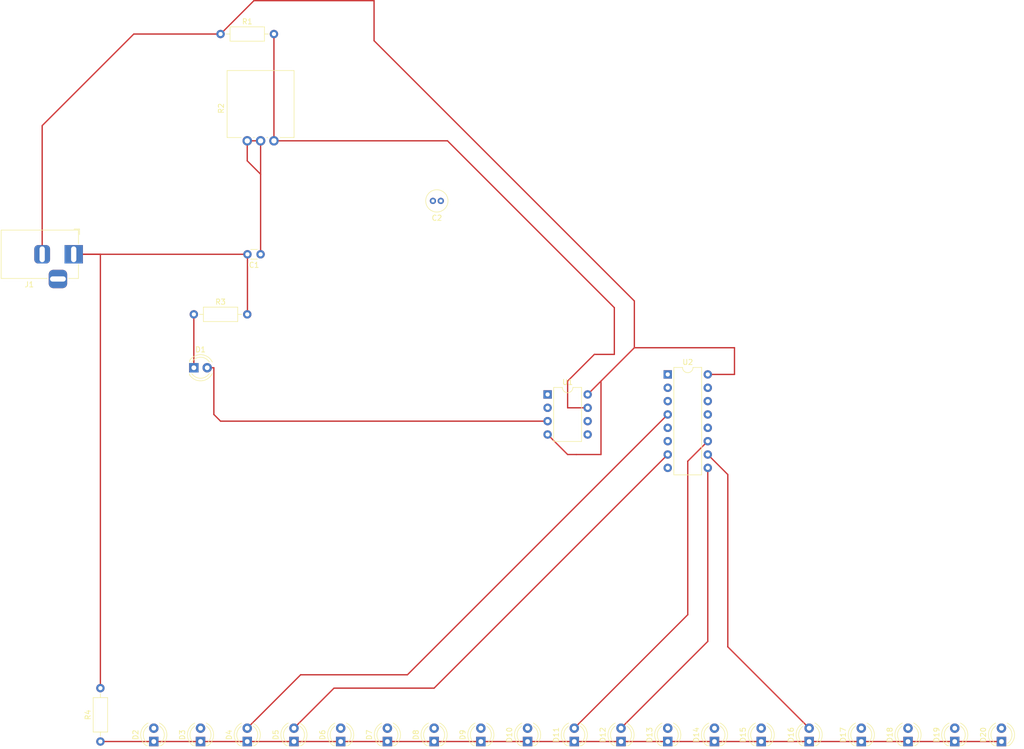
<source format=kicad_pcb>
(kicad_pcb (version 20171130) (host pcbnew "(5.0.2)-1")

  (general
    (thickness 1.6)
    (drawings 0)
    (tracks 55)
    (zones 0)
    (modules 29)
    (nets 20)
  )

  (page A4)
  (layers
    (0 F.Cu signal)
    (31 B.Cu signal)
    (32 B.Adhes user)
    (33 F.Adhes user)
    (34 B.Paste user)
    (35 F.Paste user)
    (36 B.SilkS user)
    (37 F.SilkS user)
    (38 B.Mask user)
    (39 F.Mask user)
    (40 Dwgs.User user)
    (41 Cmts.User user)
    (42 Eco1.User user)
    (43 Eco2.User user)
    (44 Edge.Cuts user)
    (45 Margin user)
    (46 B.CrtYd user)
    (47 F.CrtYd user)
    (48 B.Fab user)
    (49 F.Fab user)
  )

  (setup
    (last_trace_width 0.25)
    (trace_clearance 0.2)
    (zone_clearance 0.508)
    (zone_45_only no)
    (trace_min 0.2)
    (segment_width 0.2)
    (edge_width 0.15)
    (via_size 0.8)
    (via_drill 0.4)
    (via_min_size 0.4)
    (via_min_drill 0.3)
    (uvia_size 0.3)
    (uvia_drill 0.1)
    (uvias_allowed no)
    (uvia_min_size 0.2)
    (uvia_min_drill 0.1)
    (pcb_text_width 0.3)
    (pcb_text_size 1.5 1.5)
    (mod_edge_width 0.15)
    (mod_text_size 1 1)
    (mod_text_width 0.15)
    (pad_size 1.524 1.524)
    (pad_drill 0.762)
    (pad_to_mask_clearance 0.051)
    (solder_mask_min_width 0.25)
    (aux_axis_origin 0 0)
    (visible_elements FFFFFF7F)
    (pcbplotparams
      (layerselection 0x010fc_ffffffff)
      (usegerberextensions false)
      (usegerberattributes false)
      (usegerberadvancedattributes false)
      (creategerberjobfile false)
      (excludeedgelayer true)
      (linewidth 0.100000)
      (plotframeref false)
      (viasonmask false)
      (mode 1)
      (useauxorigin false)
      (hpglpennumber 1)
      (hpglpenspeed 20)
      (hpglpendiameter 15.000000)
      (psnegative false)
      (psa4output false)
      (plotreference true)
      (plotvalue true)
      (plotinvisibletext false)
      (padsonsilk false)
      (subtractmaskfromsilk false)
      (outputformat 1)
      (mirror false)
      (drillshape 1)
      (scaleselection 1)
      (outputdirectory ""))
  )

  (net 0 "")
  (net 1 "Net-(C1-Pad1)")
  (net 2 "Net-(C1-Pad2)")
  (net 3 "Net-(C2-Pad1)")
  (net 4 "Net-(D1-Pad1)")
  (net 5 "Net-(D1-Pad2)")
  (net 6 "Net-(D2-Pad2)")
  (net 7 "Net-(D10-Pad1)")
  (net 8 "Net-(D19-Pad2)")
  (net 9 "Net-(D18-Pad2)")
  (net 10 "Net-(D17-Pad2)")
  (net 11 "Net-(D16-Pad2)")
  (net 12 "Net-(D15-Pad2)")
  (net 13 "Net-(D14-Pad2)")
  (net 14 "Net-(D13-Pad2)")
  (net 15 "Net-(D10-Pad2)")
  (net 16 "Net-(D11-Pad2)")
  (net 17 "Net-(J1-Pad2)")
  (net 18 "Net-(R1-Pad2)")
  (net 19 "Net-(U2-Pad12)")

  (net_class Default "This is the default net class."
    (clearance 0.2)
    (trace_width 0.25)
    (via_dia 0.8)
    (via_drill 0.4)
    (uvia_dia 0.3)
    (uvia_drill 0.1)
    (add_net "Net-(C1-Pad1)")
    (add_net "Net-(C1-Pad2)")
    (add_net "Net-(C2-Pad1)")
    (add_net "Net-(D1-Pad1)")
    (add_net "Net-(D1-Pad2)")
    (add_net "Net-(D10-Pad1)")
    (add_net "Net-(D10-Pad2)")
    (add_net "Net-(D11-Pad2)")
    (add_net "Net-(D13-Pad2)")
    (add_net "Net-(D14-Pad2)")
    (add_net "Net-(D15-Pad2)")
    (add_net "Net-(D16-Pad2)")
    (add_net "Net-(D17-Pad2)")
    (add_net "Net-(D18-Pad2)")
    (add_net "Net-(D19-Pad2)")
    (add_net "Net-(D2-Pad2)")
    (add_net "Net-(J1-Pad2)")
    (add_net "Net-(R1-Pad2)")
    (add_net "Net-(U2-Pad12)")
  )

  (module Capacitor_THT:C_Disc_D3.0mm_W1.6mm_P2.50mm (layer F.Cu) (tedit 5AE50EF0) (tstamp 5CB95A1E)
    (at 66.04 58.42 180)
    (descr "C, Disc series, Radial, pin pitch=2.50mm, , diameter*width=3.0*1.6mm^2, Capacitor, http://www.vishay.com/docs/45233/krseries.pdf")
    (tags "C Disc series Radial pin pitch 2.50mm  diameter 3.0mm width 1.6mm Capacitor")
    (path /5C7EECBB)
    (fp_text reference C1 (at 1.25 -2.05 180) (layer F.SilkS)
      (effects (font (size 1 1) (thickness 0.15)))
    )
    (fp_text value 10μF (at 1.25 2.05 180) (layer F.Fab)
      (effects (font (size 1 1) (thickness 0.15)))
    )
    (fp_line (start -0.25 -0.8) (end -0.25 0.8) (layer F.Fab) (width 0.1))
    (fp_line (start -0.25 0.8) (end 2.75 0.8) (layer F.Fab) (width 0.1))
    (fp_line (start 2.75 0.8) (end 2.75 -0.8) (layer F.Fab) (width 0.1))
    (fp_line (start 2.75 -0.8) (end -0.25 -0.8) (layer F.Fab) (width 0.1))
    (fp_line (start 0.621 -0.92) (end 1.879 -0.92) (layer F.SilkS) (width 0.12))
    (fp_line (start 0.621 0.92) (end 1.879 0.92) (layer F.SilkS) (width 0.12))
    (fp_line (start -1.05 -1.05) (end -1.05 1.05) (layer F.CrtYd) (width 0.05))
    (fp_line (start -1.05 1.05) (end 3.55 1.05) (layer F.CrtYd) (width 0.05))
    (fp_line (start 3.55 1.05) (end 3.55 -1.05) (layer F.CrtYd) (width 0.05))
    (fp_line (start 3.55 -1.05) (end -1.05 -1.05) (layer F.CrtYd) (width 0.05))
    (fp_text user %R (at 1.25 0 180) (layer F.Fab)
      (effects (font (size 0.6 0.6) (thickness 0.09)))
    )
    (pad 1 thru_hole circle (at 0 0 180) (size 1.6 1.6) (drill 0.8) (layers *.Cu *.Mask)
      (net 1 "Net-(C1-Pad1)"))
    (pad 2 thru_hole circle (at 2.5 0 180) (size 1.6 1.6) (drill 0.8) (layers *.Cu *.Mask)
      (net 2 "Net-(C1-Pad2)"))
    (model ${KISYS3DMOD}/Capacitor_THT.3dshapes/C_Disc_D3.0mm_W1.6mm_P2.50mm.wrl
      (at (xyz 0 0 0))
      (scale (xyz 1 1 1))
      (rotate (xyz 0 0 0))
    )
  )

  (module Capacitor_THT:C_Radial_D4.0mm_H5.0mm_P1.50mm (layer F.Cu) (tedit 5BC5C9B9) (tstamp 5CB95A28)
    (at 100.33 48.26 180)
    (descr "C, Radial series, Radial, pin pitch=1.50mm, diameter=4mm, height=5mm, Non-Polar Electrolytic Capacitor")
    (tags "C Radial series Radial pin pitch 1.50mm diameter 4mm height 5mm Non-Polar Electrolytic Capacitor")
    (path /5C7EFC91)
    (fp_text reference C2 (at 0.75 -3.25 180) (layer F.SilkS)
      (effects (font (size 1 1) (thickness 0.15)))
    )
    (fp_text value 0.01μ (at 0.75 3.25 180) (layer F.Fab)
      (effects (font (size 1 1) (thickness 0.15)))
    )
    (fp_circle (center 0.75 0) (end 2.75 0) (layer F.Fab) (width 0.1))
    (fp_circle (center 0.75 0) (end 2.87 0) (layer F.SilkS) (width 0.12))
    (fp_circle (center 0.75 0) (end 3 0) (layer F.CrtYd) (width 0.05))
    (fp_text user %R (at 0.75 0 180) (layer F.Fab)
      (effects (font (size 0.8 0.8) (thickness 0.12)))
    )
    (pad 1 thru_hole circle (at 0 0 180) (size 1.2 1.2) (drill 0.6) (layers *.Cu *.Mask)
      (net 3 "Net-(C2-Pad1)"))
    (pad 2 thru_hole circle (at 1.5 0 180) (size 1.2 1.2) (drill 0.6) (layers *.Cu *.Mask)
      (net 2 "Net-(C1-Pad2)"))
    (model ${KISYS3DMOD}/Capacitor_THT.3dshapes/C_Radial_D4.0mm_H5.0mm_P1.50mm.wrl
      (at (xyz 0 0 0))
      (scale (xyz 1 1 1))
      (rotate (xyz 0 0 0))
    )
  )

  (module LED_THT:LED_D4.0mm (layer F.Cu) (tedit 587A3A7B) (tstamp 5CB95A3B)
    (at 53.34 80.01)
    (descr "LED, diameter 4.0mm, 2 pins, http://www.kingbright.com/attachments/file/psearch/000/00/00/L-43GD(Ver.12B).pdf")
    (tags "LED diameter 4.0mm 2 pins")
    (path /5C7EF1DD)
    (fp_text reference D1 (at 1.27 -3.46) (layer F.SilkS)
      (effects (font (size 1 1) (thickness 0.15)))
    )
    (fp_text value LED (at 1.27 3.46) (layer F.Fab)
      (effects (font (size 1 1) (thickness 0.15)))
    )
    (fp_arc (start 1.27 0) (end -0.73 -1.32665) (angle 292.9) (layer F.Fab) (width 0.1))
    (fp_arc (start 1.27 0) (end -0.79 -1.398749) (angle 120.1) (layer F.SilkS) (width 0.12))
    (fp_arc (start 1.27 0) (end -0.79 1.398749) (angle -120.1) (layer F.SilkS) (width 0.12))
    (fp_arc (start 1.27 0) (end -0.41333 -1.08) (angle 114.6) (layer F.SilkS) (width 0.12))
    (fp_arc (start 1.27 0) (end -0.41333 1.08) (angle -114.6) (layer F.SilkS) (width 0.12))
    (fp_circle (center 1.27 0) (end 3.27 0) (layer F.Fab) (width 0.1))
    (fp_line (start -0.73 -1.32665) (end -0.73 1.32665) (layer F.Fab) (width 0.1))
    (fp_line (start -0.79 -1.399) (end -0.79 -1.08) (layer F.SilkS) (width 0.12))
    (fp_line (start -0.79 1.08) (end -0.79 1.399) (layer F.SilkS) (width 0.12))
    (fp_line (start -1.45 -2.75) (end -1.45 2.75) (layer F.CrtYd) (width 0.05))
    (fp_line (start -1.45 2.75) (end 4 2.75) (layer F.CrtYd) (width 0.05))
    (fp_line (start 4 2.75) (end 4 -2.75) (layer F.CrtYd) (width 0.05))
    (fp_line (start 4 -2.75) (end -1.45 -2.75) (layer F.CrtYd) (width 0.05))
    (pad 1 thru_hole rect (at 0 0) (size 1.8 1.8) (drill 0.9) (layers *.Cu *.Mask)
      (net 4 "Net-(D1-Pad1)"))
    (pad 2 thru_hole circle (at 2.54 0) (size 1.8 1.8) (drill 0.9) (layers *.Cu *.Mask)
      (net 5 "Net-(D1-Pad2)"))
    (model ${KISYS3DMOD}/LED_THT.3dshapes/LED_D4.0mm.wrl
      (at (xyz 0 0 0))
      (scale (xyz 1 1 1))
      (rotate (xyz 0 0 0))
    )
  )

  (module LED_THT:LED_D4.0mm (layer F.Cu) (tedit 587A3A7B) (tstamp 5CB95A4E)
    (at 45.72 151.13 90)
    (descr "LED, diameter 4.0mm, 2 pins, http://www.kingbright.com/attachments/file/psearch/000/00/00/L-43GD(Ver.12B).pdf")
    (tags "LED diameter 4.0mm 2 pins")
    (path /5C7EEABF)
    (fp_text reference D2 (at 1.27 -3.46 90) (layer F.SilkS)
      (effects (font (size 1 1) (thickness 0.15)))
    )
    (fp_text value LED (at 1.27 3.46 90) (layer F.Fab)
      (effects (font (size 1 1) (thickness 0.15)))
    )
    (fp_line (start 4 -2.75) (end -1.45 -2.75) (layer F.CrtYd) (width 0.05))
    (fp_line (start 4 2.75) (end 4 -2.75) (layer F.CrtYd) (width 0.05))
    (fp_line (start -1.45 2.75) (end 4 2.75) (layer F.CrtYd) (width 0.05))
    (fp_line (start -1.45 -2.75) (end -1.45 2.75) (layer F.CrtYd) (width 0.05))
    (fp_line (start -0.79 1.08) (end -0.79 1.399) (layer F.SilkS) (width 0.12))
    (fp_line (start -0.79 -1.399) (end -0.79 -1.08) (layer F.SilkS) (width 0.12))
    (fp_line (start -0.73 -1.32665) (end -0.73 1.32665) (layer F.Fab) (width 0.1))
    (fp_circle (center 1.27 0) (end 3.27 0) (layer F.Fab) (width 0.1))
    (fp_arc (start 1.27 0) (end -0.41333 1.08) (angle -114.6) (layer F.SilkS) (width 0.12))
    (fp_arc (start 1.27 0) (end -0.41333 -1.08) (angle 114.6) (layer F.SilkS) (width 0.12))
    (fp_arc (start 1.27 0) (end -0.79 1.398749) (angle -120.1) (layer F.SilkS) (width 0.12))
    (fp_arc (start 1.27 0) (end -0.79 -1.398749) (angle 120.1) (layer F.SilkS) (width 0.12))
    (fp_arc (start 1.27 0) (end -0.73 -1.32665) (angle 292.9) (layer F.Fab) (width 0.1))
    (pad 2 thru_hole circle (at 2.54 0 90) (size 1.8 1.8) (drill 0.9) (layers *.Cu *.Mask)
      (net 6 "Net-(D2-Pad2)"))
    (pad 1 thru_hole rect (at 0 0 90) (size 1.8 1.8) (drill 0.9) (layers *.Cu *.Mask)
      (net 7 "Net-(D10-Pad1)"))
    (model ${KISYS3DMOD}/LED_THT.3dshapes/LED_D4.0mm.wrl
      (at (xyz 0 0 0))
      (scale (xyz 1 1 1))
      (rotate (xyz 0 0 0))
    )
  )

  (module LED_THT:LED_D4.0mm (layer F.Cu) (tedit 587A3A7B) (tstamp 5CB95A61)
    (at 54.61 151.13 90)
    (descr "LED, diameter 4.0mm, 2 pins, http://www.kingbright.com/attachments/file/psearch/000/00/00/L-43GD(Ver.12B).pdf")
    (tags "LED diameter 4.0mm 2 pins")
    (path /5C7FDD19)
    (fp_text reference D3 (at 1.27 -3.46 90) (layer F.SilkS)
      (effects (font (size 1 1) (thickness 0.15)))
    )
    (fp_text value LED (at 1.27 3.46 90) (layer F.Fab)
      (effects (font (size 1 1) (thickness 0.15)))
    )
    (fp_line (start 4 -2.75) (end -1.45 -2.75) (layer F.CrtYd) (width 0.05))
    (fp_line (start 4 2.75) (end 4 -2.75) (layer F.CrtYd) (width 0.05))
    (fp_line (start -1.45 2.75) (end 4 2.75) (layer F.CrtYd) (width 0.05))
    (fp_line (start -1.45 -2.75) (end -1.45 2.75) (layer F.CrtYd) (width 0.05))
    (fp_line (start -0.79 1.08) (end -0.79 1.399) (layer F.SilkS) (width 0.12))
    (fp_line (start -0.79 -1.399) (end -0.79 -1.08) (layer F.SilkS) (width 0.12))
    (fp_line (start -0.73 -1.32665) (end -0.73 1.32665) (layer F.Fab) (width 0.1))
    (fp_circle (center 1.27 0) (end 3.27 0) (layer F.Fab) (width 0.1))
    (fp_arc (start 1.27 0) (end -0.41333 1.08) (angle -114.6) (layer F.SilkS) (width 0.12))
    (fp_arc (start 1.27 0) (end -0.41333 -1.08) (angle 114.6) (layer F.SilkS) (width 0.12))
    (fp_arc (start 1.27 0) (end -0.79 1.398749) (angle -120.1) (layer F.SilkS) (width 0.12))
    (fp_arc (start 1.27 0) (end -0.79 -1.398749) (angle 120.1) (layer F.SilkS) (width 0.12))
    (fp_arc (start 1.27 0) (end -0.73 -1.32665) (angle 292.9) (layer F.Fab) (width 0.1))
    (pad 2 thru_hole circle (at 2.54 0 90) (size 1.8 1.8) (drill 0.9) (layers *.Cu *.Mask)
      (net 8 "Net-(D19-Pad2)"))
    (pad 1 thru_hole rect (at 0 0 90) (size 1.8 1.8) (drill 0.9) (layers *.Cu *.Mask)
      (net 7 "Net-(D10-Pad1)"))
    (model ${KISYS3DMOD}/LED_THT.3dshapes/LED_D4.0mm.wrl
      (at (xyz 0 0 0))
      (scale (xyz 1 1 1))
      (rotate (xyz 0 0 0))
    )
  )

  (module LED_THT:LED_D4.0mm (layer F.Cu) (tedit 587A3A7B) (tstamp 5CB95A74)
    (at 63.5 151.13 90)
    (descr "LED, diameter 4.0mm, 2 pins, http://www.kingbright.com/attachments/file/psearch/000/00/00/L-43GD(Ver.12B).pdf")
    (tags "LED diameter 4.0mm 2 pins")
    (path /5C7FDE23)
    (fp_text reference D4 (at 1.27 -3.46 90) (layer F.SilkS)
      (effects (font (size 1 1) (thickness 0.15)))
    )
    (fp_text value LED (at 1.27 3.46 90) (layer F.Fab)
      (effects (font (size 1 1) (thickness 0.15)))
    )
    (fp_arc (start 1.27 0) (end -0.73 -1.32665) (angle 292.9) (layer F.Fab) (width 0.1))
    (fp_arc (start 1.27 0) (end -0.79 -1.398749) (angle 120.1) (layer F.SilkS) (width 0.12))
    (fp_arc (start 1.27 0) (end -0.79 1.398749) (angle -120.1) (layer F.SilkS) (width 0.12))
    (fp_arc (start 1.27 0) (end -0.41333 -1.08) (angle 114.6) (layer F.SilkS) (width 0.12))
    (fp_arc (start 1.27 0) (end -0.41333 1.08) (angle -114.6) (layer F.SilkS) (width 0.12))
    (fp_circle (center 1.27 0) (end 3.27 0) (layer F.Fab) (width 0.1))
    (fp_line (start -0.73 -1.32665) (end -0.73 1.32665) (layer F.Fab) (width 0.1))
    (fp_line (start -0.79 -1.399) (end -0.79 -1.08) (layer F.SilkS) (width 0.12))
    (fp_line (start -0.79 1.08) (end -0.79 1.399) (layer F.SilkS) (width 0.12))
    (fp_line (start -1.45 -2.75) (end -1.45 2.75) (layer F.CrtYd) (width 0.05))
    (fp_line (start -1.45 2.75) (end 4 2.75) (layer F.CrtYd) (width 0.05))
    (fp_line (start 4 2.75) (end 4 -2.75) (layer F.CrtYd) (width 0.05))
    (fp_line (start 4 -2.75) (end -1.45 -2.75) (layer F.CrtYd) (width 0.05))
    (pad 1 thru_hole rect (at 0 0 90) (size 1.8 1.8) (drill 0.9) (layers *.Cu *.Mask)
      (net 7 "Net-(D10-Pad1)"))
    (pad 2 thru_hole circle (at 2.54 0 90) (size 1.8 1.8) (drill 0.9) (layers *.Cu *.Mask)
      (net 9 "Net-(D18-Pad2)"))
    (model ${KISYS3DMOD}/LED_THT.3dshapes/LED_D4.0mm.wrl
      (at (xyz 0 0 0))
      (scale (xyz 1 1 1))
      (rotate (xyz 0 0 0))
    )
  )

  (module LED_THT:LED_D4.0mm (layer F.Cu) (tedit 587A3A7B) (tstamp 5CB95A87)
    (at 72.39 151.13 90)
    (descr "LED, diameter 4.0mm, 2 pins, http://www.kingbright.com/attachments/file/psearch/000/00/00/L-43GD(Ver.12B).pdf")
    (tags "LED diameter 4.0mm 2 pins")
    (path /5C7FDE4F)
    (fp_text reference D5 (at 1.27 -3.46 90) (layer F.SilkS)
      (effects (font (size 1 1) (thickness 0.15)))
    )
    (fp_text value LED (at 1.27 3.46 90) (layer F.Fab)
      (effects (font (size 1 1) (thickness 0.15)))
    )
    (fp_line (start 4 -2.75) (end -1.45 -2.75) (layer F.CrtYd) (width 0.05))
    (fp_line (start 4 2.75) (end 4 -2.75) (layer F.CrtYd) (width 0.05))
    (fp_line (start -1.45 2.75) (end 4 2.75) (layer F.CrtYd) (width 0.05))
    (fp_line (start -1.45 -2.75) (end -1.45 2.75) (layer F.CrtYd) (width 0.05))
    (fp_line (start -0.79 1.08) (end -0.79 1.399) (layer F.SilkS) (width 0.12))
    (fp_line (start -0.79 -1.399) (end -0.79 -1.08) (layer F.SilkS) (width 0.12))
    (fp_line (start -0.73 -1.32665) (end -0.73 1.32665) (layer F.Fab) (width 0.1))
    (fp_circle (center 1.27 0) (end 3.27 0) (layer F.Fab) (width 0.1))
    (fp_arc (start 1.27 0) (end -0.41333 1.08) (angle -114.6) (layer F.SilkS) (width 0.12))
    (fp_arc (start 1.27 0) (end -0.41333 -1.08) (angle 114.6) (layer F.SilkS) (width 0.12))
    (fp_arc (start 1.27 0) (end -0.79 1.398749) (angle -120.1) (layer F.SilkS) (width 0.12))
    (fp_arc (start 1.27 0) (end -0.79 -1.398749) (angle 120.1) (layer F.SilkS) (width 0.12))
    (fp_arc (start 1.27 0) (end -0.73 -1.32665) (angle 292.9) (layer F.Fab) (width 0.1))
    (pad 2 thru_hole circle (at 2.54 0 90) (size 1.8 1.8) (drill 0.9) (layers *.Cu *.Mask)
      (net 10 "Net-(D17-Pad2)"))
    (pad 1 thru_hole rect (at 0 0 90) (size 1.8 1.8) (drill 0.9) (layers *.Cu *.Mask)
      (net 7 "Net-(D10-Pad1)"))
    (model ${KISYS3DMOD}/LED_THT.3dshapes/LED_D4.0mm.wrl
      (at (xyz 0 0 0))
      (scale (xyz 1 1 1))
      (rotate (xyz 0 0 0))
    )
  )

  (module LED_THT:LED_D4.0mm (layer F.Cu) (tedit 587A3A7B) (tstamp 5CB95A9A)
    (at 81.28 151.13 90)
    (descr "LED, diameter 4.0mm, 2 pins, http://www.kingbright.com/attachments/file/psearch/000/00/00/L-43GD(Ver.12B).pdf")
    (tags "LED diameter 4.0mm 2 pins")
    (path /5C7FDE79)
    (fp_text reference D6 (at 1.27 -3.46 90) (layer F.SilkS)
      (effects (font (size 1 1) (thickness 0.15)))
    )
    (fp_text value LED (at 1.27 3.46 90) (layer F.Fab)
      (effects (font (size 1 1) (thickness 0.15)))
    )
    (fp_arc (start 1.27 0) (end -0.73 -1.32665) (angle 292.9) (layer F.Fab) (width 0.1))
    (fp_arc (start 1.27 0) (end -0.79 -1.398749) (angle 120.1) (layer F.SilkS) (width 0.12))
    (fp_arc (start 1.27 0) (end -0.79 1.398749) (angle -120.1) (layer F.SilkS) (width 0.12))
    (fp_arc (start 1.27 0) (end -0.41333 -1.08) (angle 114.6) (layer F.SilkS) (width 0.12))
    (fp_arc (start 1.27 0) (end -0.41333 1.08) (angle -114.6) (layer F.SilkS) (width 0.12))
    (fp_circle (center 1.27 0) (end 3.27 0) (layer F.Fab) (width 0.1))
    (fp_line (start -0.73 -1.32665) (end -0.73 1.32665) (layer F.Fab) (width 0.1))
    (fp_line (start -0.79 -1.399) (end -0.79 -1.08) (layer F.SilkS) (width 0.12))
    (fp_line (start -0.79 1.08) (end -0.79 1.399) (layer F.SilkS) (width 0.12))
    (fp_line (start -1.45 -2.75) (end -1.45 2.75) (layer F.CrtYd) (width 0.05))
    (fp_line (start -1.45 2.75) (end 4 2.75) (layer F.CrtYd) (width 0.05))
    (fp_line (start 4 2.75) (end 4 -2.75) (layer F.CrtYd) (width 0.05))
    (fp_line (start 4 -2.75) (end -1.45 -2.75) (layer F.CrtYd) (width 0.05))
    (pad 1 thru_hole rect (at 0 0 90) (size 1.8 1.8) (drill 0.9) (layers *.Cu *.Mask)
      (net 7 "Net-(D10-Pad1)"))
    (pad 2 thru_hole circle (at 2.54 0 90) (size 1.8 1.8) (drill 0.9) (layers *.Cu *.Mask)
      (net 11 "Net-(D16-Pad2)"))
    (model ${KISYS3DMOD}/LED_THT.3dshapes/LED_D4.0mm.wrl
      (at (xyz 0 0 0))
      (scale (xyz 1 1 1))
      (rotate (xyz 0 0 0))
    )
  )

  (module LED_THT:LED_D4.0mm (layer F.Cu) (tedit 587A3A7B) (tstamp 5CB95AAD)
    (at 90.17 151.13 90)
    (descr "LED, diameter 4.0mm, 2 pins, http://www.kingbright.com/attachments/file/psearch/000/00/00/L-43GD(Ver.12B).pdf")
    (tags "LED diameter 4.0mm 2 pins")
    (path /5C7FDEA5)
    (fp_text reference D7 (at 1.27 -3.46 90) (layer F.SilkS)
      (effects (font (size 1 1) (thickness 0.15)))
    )
    (fp_text value LED (at 1.27 3.46 90) (layer F.Fab)
      (effects (font (size 1 1) (thickness 0.15)))
    )
    (fp_line (start 4 -2.75) (end -1.45 -2.75) (layer F.CrtYd) (width 0.05))
    (fp_line (start 4 2.75) (end 4 -2.75) (layer F.CrtYd) (width 0.05))
    (fp_line (start -1.45 2.75) (end 4 2.75) (layer F.CrtYd) (width 0.05))
    (fp_line (start -1.45 -2.75) (end -1.45 2.75) (layer F.CrtYd) (width 0.05))
    (fp_line (start -0.79 1.08) (end -0.79 1.399) (layer F.SilkS) (width 0.12))
    (fp_line (start -0.79 -1.399) (end -0.79 -1.08) (layer F.SilkS) (width 0.12))
    (fp_line (start -0.73 -1.32665) (end -0.73 1.32665) (layer F.Fab) (width 0.1))
    (fp_circle (center 1.27 0) (end 3.27 0) (layer F.Fab) (width 0.1))
    (fp_arc (start 1.27 0) (end -0.41333 1.08) (angle -114.6) (layer F.SilkS) (width 0.12))
    (fp_arc (start 1.27 0) (end -0.41333 -1.08) (angle 114.6) (layer F.SilkS) (width 0.12))
    (fp_arc (start 1.27 0) (end -0.79 1.398749) (angle -120.1) (layer F.SilkS) (width 0.12))
    (fp_arc (start 1.27 0) (end -0.79 -1.398749) (angle 120.1) (layer F.SilkS) (width 0.12))
    (fp_arc (start 1.27 0) (end -0.73 -1.32665) (angle 292.9) (layer F.Fab) (width 0.1))
    (pad 2 thru_hole circle (at 2.54 0 90) (size 1.8 1.8) (drill 0.9) (layers *.Cu *.Mask)
      (net 12 "Net-(D15-Pad2)"))
    (pad 1 thru_hole rect (at 0 0 90) (size 1.8 1.8) (drill 0.9) (layers *.Cu *.Mask)
      (net 7 "Net-(D10-Pad1)"))
    (model ${KISYS3DMOD}/LED_THT.3dshapes/LED_D4.0mm.wrl
      (at (xyz 0 0 0))
      (scale (xyz 1 1 1))
      (rotate (xyz 0 0 0))
    )
  )

  (module LED_THT:LED_D4.0mm (layer F.Cu) (tedit 587A3A7B) (tstamp 5CB95AC0)
    (at 99.06 151.13 90)
    (descr "LED, diameter 4.0mm, 2 pins, http://www.kingbright.com/attachments/file/psearch/000/00/00/L-43GD(Ver.12B).pdf")
    (tags "LED diameter 4.0mm 2 pins")
    (path /5C7FDED3)
    (fp_text reference D8 (at 1.27 -3.46 90) (layer F.SilkS)
      (effects (font (size 1 1) (thickness 0.15)))
    )
    (fp_text value LED (at 1.27 3.46 90) (layer F.Fab)
      (effects (font (size 1 1) (thickness 0.15)))
    )
    (fp_arc (start 1.27 0) (end -0.73 -1.32665) (angle 292.9) (layer F.Fab) (width 0.1))
    (fp_arc (start 1.27 0) (end -0.79 -1.398749) (angle 120.1) (layer F.SilkS) (width 0.12))
    (fp_arc (start 1.27 0) (end -0.79 1.398749) (angle -120.1) (layer F.SilkS) (width 0.12))
    (fp_arc (start 1.27 0) (end -0.41333 -1.08) (angle 114.6) (layer F.SilkS) (width 0.12))
    (fp_arc (start 1.27 0) (end -0.41333 1.08) (angle -114.6) (layer F.SilkS) (width 0.12))
    (fp_circle (center 1.27 0) (end 3.27 0) (layer F.Fab) (width 0.1))
    (fp_line (start -0.73 -1.32665) (end -0.73 1.32665) (layer F.Fab) (width 0.1))
    (fp_line (start -0.79 -1.399) (end -0.79 -1.08) (layer F.SilkS) (width 0.12))
    (fp_line (start -0.79 1.08) (end -0.79 1.399) (layer F.SilkS) (width 0.12))
    (fp_line (start -1.45 -2.75) (end -1.45 2.75) (layer F.CrtYd) (width 0.05))
    (fp_line (start -1.45 2.75) (end 4 2.75) (layer F.CrtYd) (width 0.05))
    (fp_line (start 4 2.75) (end 4 -2.75) (layer F.CrtYd) (width 0.05))
    (fp_line (start 4 -2.75) (end -1.45 -2.75) (layer F.CrtYd) (width 0.05))
    (pad 1 thru_hole rect (at 0 0 90) (size 1.8 1.8) (drill 0.9) (layers *.Cu *.Mask)
      (net 7 "Net-(D10-Pad1)"))
    (pad 2 thru_hole circle (at 2.54 0 90) (size 1.8 1.8) (drill 0.9) (layers *.Cu *.Mask)
      (net 13 "Net-(D14-Pad2)"))
    (model ${KISYS3DMOD}/LED_THT.3dshapes/LED_D4.0mm.wrl
      (at (xyz 0 0 0))
      (scale (xyz 1 1 1))
      (rotate (xyz 0 0 0))
    )
  )

  (module LED_THT:LED_D4.0mm (layer F.Cu) (tedit 587A3A7B) (tstamp 5CB95AD3)
    (at 107.95 151.13 90)
    (descr "LED, diameter 4.0mm, 2 pins, http://www.kingbright.com/attachments/file/psearch/000/00/00/L-43GD(Ver.12B).pdf")
    (tags "LED diameter 4.0mm 2 pins")
    (path /5C7FDF41)
    (fp_text reference D9 (at 1.27 -3.46 90) (layer F.SilkS)
      (effects (font (size 1 1) (thickness 0.15)))
    )
    (fp_text value LED (at 1.27 3.46 90) (layer F.Fab)
      (effects (font (size 1 1) (thickness 0.15)))
    )
    (fp_arc (start 1.27 0) (end -0.73 -1.32665) (angle 292.9) (layer F.Fab) (width 0.1))
    (fp_arc (start 1.27 0) (end -0.79 -1.398749) (angle 120.1) (layer F.SilkS) (width 0.12))
    (fp_arc (start 1.27 0) (end -0.79 1.398749) (angle -120.1) (layer F.SilkS) (width 0.12))
    (fp_arc (start 1.27 0) (end -0.41333 -1.08) (angle 114.6) (layer F.SilkS) (width 0.12))
    (fp_arc (start 1.27 0) (end -0.41333 1.08) (angle -114.6) (layer F.SilkS) (width 0.12))
    (fp_circle (center 1.27 0) (end 3.27 0) (layer F.Fab) (width 0.1))
    (fp_line (start -0.73 -1.32665) (end -0.73 1.32665) (layer F.Fab) (width 0.1))
    (fp_line (start -0.79 -1.399) (end -0.79 -1.08) (layer F.SilkS) (width 0.12))
    (fp_line (start -0.79 1.08) (end -0.79 1.399) (layer F.SilkS) (width 0.12))
    (fp_line (start -1.45 -2.75) (end -1.45 2.75) (layer F.CrtYd) (width 0.05))
    (fp_line (start -1.45 2.75) (end 4 2.75) (layer F.CrtYd) (width 0.05))
    (fp_line (start 4 2.75) (end 4 -2.75) (layer F.CrtYd) (width 0.05))
    (fp_line (start 4 -2.75) (end -1.45 -2.75) (layer F.CrtYd) (width 0.05))
    (pad 1 thru_hole rect (at 0 0 90) (size 1.8 1.8) (drill 0.9) (layers *.Cu *.Mask)
      (net 7 "Net-(D10-Pad1)"))
    (pad 2 thru_hole circle (at 2.54 0 90) (size 1.8 1.8) (drill 0.9) (layers *.Cu *.Mask)
      (net 14 "Net-(D13-Pad2)"))
    (model ${KISYS3DMOD}/LED_THT.3dshapes/LED_D4.0mm.wrl
      (at (xyz 0 0 0))
      (scale (xyz 1 1 1))
      (rotate (xyz 0 0 0))
    )
  )

  (module LED_THT:LED_D4.0mm (layer F.Cu) (tedit 587A3A7B) (tstamp 5CB95AE6)
    (at 116.84 151.13 90)
    (descr "LED, diameter 4.0mm, 2 pins, http://www.kingbright.com/attachments/file/psearch/000/00/00/L-43GD(Ver.12B).pdf")
    (tags "LED diameter 4.0mm 2 pins")
    (path /5C7FDF73)
    (fp_text reference D10 (at 1.27 -3.46 90) (layer F.SilkS)
      (effects (font (size 1 1) (thickness 0.15)))
    )
    (fp_text value LED (at 1.27 3.46 90) (layer F.Fab)
      (effects (font (size 1 1) (thickness 0.15)))
    )
    (fp_line (start 4 -2.75) (end -1.45 -2.75) (layer F.CrtYd) (width 0.05))
    (fp_line (start 4 2.75) (end 4 -2.75) (layer F.CrtYd) (width 0.05))
    (fp_line (start -1.45 2.75) (end 4 2.75) (layer F.CrtYd) (width 0.05))
    (fp_line (start -1.45 -2.75) (end -1.45 2.75) (layer F.CrtYd) (width 0.05))
    (fp_line (start -0.79 1.08) (end -0.79 1.399) (layer F.SilkS) (width 0.12))
    (fp_line (start -0.79 -1.399) (end -0.79 -1.08) (layer F.SilkS) (width 0.12))
    (fp_line (start -0.73 -1.32665) (end -0.73 1.32665) (layer F.Fab) (width 0.1))
    (fp_circle (center 1.27 0) (end 3.27 0) (layer F.Fab) (width 0.1))
    (fp_arc (start 1.27 0) (end -0.41333 1.08) (angle -114.6) (layer F.SilkS) (width 0.12))
    (fp_arc (start 1.27 0) (end -0.41333 -1.08) (angle 114.6) (layer F.SilkS) (width 0.12))
    (fp_arc (start 1.27 0) (end -0.79 1.398749) (angle -120.1) (layer F.SilkS) (width 0.12))
    (fp_arc (start 1.27 0) (end -0.79 -1.398749) (angle 120.1) (layer F.SilkS) (width 0.12))
    (fp_arc (start 1.27 0) (end -0.73 -1.32665) (angle 292.9) (layer F.Fab) (width 0.1))
    (pad 2 thru_hole circle (at 2.54 0 90) (size 1.8 1.8) (drill 0.9) (layers *.Cu *.Mask)
      (net 15 "Net-(D10-Pad2)"))
    (pad 1 thru_hole rect (at 0 0 90) (size 1.8 1.8) (drill 0.9) (layers *.Cu *.Mask)
      (net 7 "Net-(D10-Pad1)"))
    (model ${KISYS3DMOD}/LED_THT.3dshapes/LED_D4.0mm.wrl
      (at (xyz 0 0 0))
      (scale (xyz 1 1 1))
      (rotate (xyz 0 0 0))
    )
  )

  (module LED_THT:LED_D4.0mm (layer F.Cu) (tedit 587A3A7B) (tstamp 5CB95AF9)
    (at 125.73 151.13 90)
    (descr "LED, diameter 4.0mm, 2 pins, http://www.kingbright.com/attachments/file/psearch/000/00/00/L-43GD(Ver.12B).pdf")
    (tags "LED diameter 4.0mm 2 pins")
    (path /5C7FDFA7)
    (fp_text reference D11 (at 1.27 -3.46 90) (layer F.SilkS)
      (effects (font (size 1 1) (thickness 0.15)))
    )
    (fp_text value LED (at 1.27 3.46 90) (layer F.Fab)
      (effects (font (size 1 1) (thickness 0.15)))
    )
    (fp_arc (start 1.27 0) (end -0.73 -1.32665) (angle 292.9) (layer F.Fab) (width 0.1))
    (fp_arc (start 1.27 0) (end -0.79 -1.398749) (angle 120.1) (layer F.SilkS) (width 0.12))
    (fp_arc (start 1.27 0) (end -0.79 1.398749) (angle -120.1) (layer F.SilkS) (width 0.12))
    (fp_arc (start 1.27 0) (end -0.41333 -1.08) (angle 114.6) (layer F.SilkS) (width 0.12))
    (fp_arc (start 1.27 0) (end -0.41333 1.08) (angle -114.6) (layer F.SilkS) (width 0.12))
    (fp_circle (center 1.27 0) (end 3.27 0) (layer F.Fab) (width 0.1))
    (fp_line (start -0.73 -1.32665) (end -0.73 1.32665) (layer F.Fab) (width 0.1))
    (fp_line (start -0.79 -1.399) (end -0.79 -1.08) (layer F.SilkS) (width 0.12))
    (fp_line (start -0.79 1.08) (end -0.79 1.399) (layer F.SilkS) (width 0.12))
    (fp_line (start -1.45 -2.75) (end -1.45 2.75) (layer F.CrtYd) (width 0.05))
    (fp_line (start -1.45 2.75) (end 4 2.75) (layer F.CrtYd) (width 0.05))
    (fp_line (start 4 2.75) (end 4 -2.75) (layer F.CrtYd) (width 0.05))
    (fp_line (start 4 -2.75) (end -1.45 -2.75) (layer F.CrtYd) (width 0.05))
    (pad 1 thru_hole rect (at 0 0 90) (size 1.8 1.8) (drill 0.9) (layers *.Cu *.Mask)
      (net 7 "Net-(D10-Pad1)"))
    (pad 2 thru_hole circle (at 2.54 0 90) (size 1.8 1.8) (drill 0.9) (layers *.Cu *.Mask)
      (net 16 "Net-(D11-Pad2)"))
    (model ${KISYS3DMOD}/LED_THT.3dshapes/LED_D4.0mm.wrl
      (at (xyz 0 0 0))
      (scale (xyz 1 1 1))
      (rotate (xyz 0 0 0))
    )
  )

  (module LED_THT:LED_D4.0mm (layer F.Cu) (tedit 587A3A7B) (tstamp 5CB95B0C)
    (at 134.62 151.13 90)
    (descr "LED, diameter 4.0mm, 2 pins, http://www.kingbright.com/attachments/file/psearch/000/00/00/L-43GD(Ver.12B).pdf")
    (tags "LED diameter 4.0mm 2 pins")
    (path /5C804382)
    (fp_text reference D12 (at 1.27 -3.46 90) (layer F.SilkS)
      (effects (font (size 1 1) (thickness 0.15)))
    )
    (fp_text value LED (at 1.27 3.46 90) (layer F.Fab)
      (effects (font (size 1 1) (thickness 0.15)))
    )
    (fp_line (start 4 -2.75) (end -1.45 -2.75) (layer F.CrtYd) (width 0.05))
    (fp_line (start 4 2.75) (end 4 -2.75) (layer F.CrtYd) (width 0.05))
    (fp_line (start -1.45 2.75) (end 4 2.75) (layer F.CrtYd) (width 0.05))
    (fp_line (start -1.45 -2.75) (end -1.45 2.75) (layer F.CrtYd) (width 0.05))
    (fp_line (start -0.79 1.08) (end -0.79 1.399) (layer F.SilkS) (width 0.12))
    (fp_line (start -0.79 -1.399) (end -0.79 -1.08) (layer F.SilkS) (width 0.12))
    (fp_line (start -0.73 -1.32665) (end -0.73 1.32665) (layer F.Fab) (width 0.1))
    (fp_circle (center 1.27 0) (end 3.27 0) (layer F.Fab) (width 0.1))
    (fp_arc (start 1.27 0) (end -0.41333 1.08) (angle -114.6) (layer F.SilkS) (width 0.12))
    (fp_arc (start 1.27 0) (end -0.41333 -1.08) (angle 114.6) (layer F.SilkS) (width 0.12))
    (fp_arc (start 1.27 0) (end -0.79 1.398749) (angle -120.1) (layer F.SilkS) (width 0.12))
    (fp_arc (start 1.27 0) (end -0.79 -1.398749) (angle 120.1) (layer F.SilkS) (width 0.12))
    (fp_arc (start 1.27 0) (end -0.73 -1.32665) (angle 292.9) (layer F.Fab) (width 0.1))
    (pad 2 thru_hole circle (at 2.54 0 90) (size 1.8 1.8) (drill 0.9) (layers *.Cu *.Mask)
      (net 15 "Net-(D10-Pad2)"))
    (pad 1 thru_hole rect (at 0 0 90) (size 1.8 1.8) (drill 0.9) (layers *.Cu *.Mask)
      (net 7 "Net-(D10-Pad1)"))
    (model ${KISYS3DMOD}/LED_THT.3dshapes/LED_D4.0mm.wrl
      (at (xyz 0 0 0))
      (scale (xyz 1 1 1))
      (rotate (xyz 0 0 0))
    )
  )

  (module LED_THT:LED_D4.0mm (layer F.Cu) (tedit 587A3A7B) (tstamp 5CB95B1F)
    (at 143.51 151.13 90)
    (descr "LED, diameter 4.0mm, 2 pins, http://www.kingbright.com/attachments/file/psearch/000/00/00/L-43GD(Ver.12B).pdf")
    (tags "LED diameter 4.0mm 2 pins")
    (path /5C804389)
    (fp_text reference D13 (at 1.27 -3.46 90) (layer F.SilkS)
      (effects (font (size 1 1) (thickness 0.15)))
    )
    (fp_text value LED (at 1.27 3.46 90) (layer F.Fab)
      (effects (font (size 1 1) (thickness 0.15)))
    )
    (fp_arc (start 1.27 0) (end -0.73 -1.32665) (angle 292.9) (layer F.Fab) (width 0.1))
    (fp_arc (start 1.27 0) (end -0.79 -1.398749) (angle 120.1) (layer F.SilkS) (width 0.12))
    (fp_arc (start 1.27 0) (end -0.79 1.398749) (angle -120.1) (layer F.SilkS) (width 0.12))
    (fp_arc (start 1.27 0) (end -0.41333 -1.08) (angle 114.6) (layer F.SilkS) (width 0.12))
    (fp_arc (start 1.27 0) (end -0.41333 1.08) (angle -114.6) (layer F.SilkS) (width 0.12))
    (fp_circle (center 1.27 0) (end 3.27 0) (layer F.Fab) (width 0.1))
    (fp_line (start -0.73 -1.32665) (end -0.73 1.32665) (layer F.Fab) (width 0.1))
    (fp_line (start -0.79 -1.399) (end -0.79 -1.08) (layer F.SilkS) (width 0.12))
    (fp_line (start -0.79 1.08) (end -0.79 1.399) (layer F.SilkS) (width 0.12))
    (fp_line (start -1.45 -2.75) (end -1.45 2.75) (layer F.CrtYd) (width 0.05))
    (fp_line (start -1.45 2.75) (end 4 2.75) (layer F.CrtYd) (width 0.05))
    (fp_line (start 4 2.75) (end 4 -2.75) (layer F.CrtYd) (width 0.05))
    (fp_line (start 4 -2.75) (end -1.45 -2.75) (layer F.CrtYd) (width 0.05))
    (pad 1 thru_hole rect (at 0 0 90) (size 1.8 1.8) (drill 0.9) (layers *.Cu *.Mask)
      (net 7 "Net-(D10-Pad1)"))
    (pad 2 thru_hole circle (at 2.54 0 90) (size 1.8 1.8) (drill 0.9) (layers *.Cu *.Mask)
      (net 14 "Net-(D13-Pad2)"))
    (model ${KISYS3DMOD}/LED_THT.3dshapes/LED_D4.0mm.wrl
      (at (xyz 0 0 0))
      (scale (xyz 1 1 1))
      (rotate (xyz 0 0 0))
    )
  )

  (module LED_THT:LED_D4.0mm (layer F.Cu) (tedit 587A3A7B) (tstamp 5CB95B32)
    (at 152.4 151.13 90)
    (descr "LED, diameter 4.0mm, 2 pins, http://www.kingbright.com/attachments/file/psearch/000/00/00/L-43GD(Ver.12B).pdf")
    (tags "LED diameter 4.0mm 2 pins")
    (path /5C804390)
    (fp_text reference D14 (at 1.27 -3.46 90) (layer F.SilkS)
      (effects (font (size 1 1) (thickness 0.15)))
    )
    (fp_text value LED (at 1.27 3.46 90) (layer F.Fab)
      (effects (font (size 1 1) (thickness 0.15)))
    )
    (fp_line (start 4 -2.75) (end -1.45 -2.75) (layer F.CrtYd) (width 0.05))
    (fp_line (start 4 2.75) (end 4 -2.75) (layer F.CrtYd) (width 0.05))
    (fp_line (start -1.45 2.75) (end 4 2.75) (layer F.CrtYd) (width 0.05))
    (fp_line (start -1.45 -2.75) (end -1.45 2.75) (layer F.CrtYd) (width 0.05))
    (fp_line (start -0.79 1.08) (end -0.79 1.399) (layer F.SilkS) (width 0.12))
    (fp_line (start -0.79 -1.399) (end -0.79 -1.08) (layer F.SilkS) (width 0.12))
    (fp_line (start -0.73 -1.32665) (end -0.73 1.32665) (layer F.Fab) (width 0.1))
    (fp_circle (center 1.27 0) (end 3.27 0) (layer F.Fab) (width 0.1))
    (fp_arc (start 1.27 0) (end -0.41333 1.08) (angle -114.6) (layer F.SilkS) (width 0.12))
    (fp_arc (start 1.27 0) (end -0.41333 -1.08) (angle 114.6) (layer F.SilkS) (width 0.12))
    (fp_arc (start 1.27 0) (end -0.79 1.398749) (angle -120.1) (layer F.SilkS) (width 0.12))
    (fp_arc (start 1.27 0) (end -0.79 -1.398749) (angle 120.1) (layer F.SilkS) (width 0.12))
    (fp_arc (start 1.27 0) (end -0.73 -1.32665) (angle 292.9) (layer F.Fab) (width 0.1))
    (pad 2 thru_hole circle (at 2.54 0 90) (size 1.8 1.8) (drill 0.9) (layers *.Cu *.Mask)
      (net 13 "Net-(D14-Pad2)"))
    (pad 1 thru_hole rect (at 0 0 90) (size 1.8 1.8) (drill 0.9) (layers *.Cu *.Mask)
      (net 7 "Net-(D10-Pad1)"))
    (model ${KISYS3DMOD}/LED_THT.3dshapes/LED_D4.0mm.wrl
      (at (xyz 0 0 0))
      (scale (xyz 1 1 1))
      (rotate (xyz 0 0 0))
    )
  )

  (module LED_THT:LED_D4.0mm (layer F.Cu) (tedit 587A3A7B) (tstamp 5CB95B45)
    (at 161.29 151.13 90)
    (descr "LED, diameter 4.0mm, 2 pins, http://www.kingbright.com/attachments/file/psearch/000/00/00/L-43GD(Ver.12B).pdf")
    (tags "LED diameter 4.0mm 2 pins")
    (path /5C804397)
    (fp_text reference D15 (at 1.27 -3.46 90) (layer F.SilkS)
      (effects (font (size 1 1) (thickness 0.15)))
    )
    (fp_text value LED (at 1.27 3.46 90) (layer F.Fab)
      (effects (font (size 1 1) (thickness 0.15)))
    )
    (fp_arc (start 1.27 0) (end -0.73 -1.32665) (angle 292.9) (layer F.Fab) (width 0.1))
    (fp_arc (start 1.27 0) (end -0.79 -1.398749) (angle 120.1) (layer F.SilkS) (width 0.12))
    (fp_arc (start 1.27 0) (end -0.79 1.398749) (angle -120.1) (layer F.SilkS) (width 0.12))
    (fp_arc (start 1.27 0) (end -0.41333 -1.08) (angle 114.6) (layer F.SilkS) (width 0.12))
    (fp_arc (start 1.27 0) (end -0.41333 1.08) (angle -114.6) (layer F.SilkS) (width 0.12))
    (fp_circle (center 1.27 0) (end 3.27 0) (layer F.Fab) (width 0.1))
    (fp_line (start -0.73 -1.32665) (end -0.73 1.32665) (layer F.Fab) (width 0.1))
    (fp_line (start -0.79 -1.399) (end -0.79 -1.08) (layer F.SilkS) (width 0.12))
    (fp_line (start -0.79 1.08) (end -0.79 1.399) (layer F.SilkS) (width 0.12))
    (fp_line (start -1.45 -2.75) (end -1.45 2.75) (layer F.CrtYd) (width 0.05))
    (fp_line (start -1.45 2.75) (end 4 2.75) (layer F.CrtYd) (width 0.05))
    (fp_line (start 4 2.75) (end 4 -2.75) (layer F.CrtYd) (width 0.05))
    (fp_line (start 4 -2.75) (end -1.45 -2.75) (layer F.CrtYd) (width 0.05))
    (pad 1 thru_hole rect (at 0 0 90) (size 1.8 1.8) (drill 0.9) (layers *.Cu *.Mask)
      (net 7 "Net-(D10-Pad1)"))
    (pad 2 thru_hole circle (at 2.54 0 90) (size 1.8 1.8) (drill 0.9) (layers *.Cu *.Mask)
      (net 12 "Net-(D15-Pad2)"))
    (model ${KISYS3DMOD}/LED_THT.3dshapes/LED_D4.0mm.wrl
      (at (xyz 0 0 0))
      (scale (xyz 1 1 1))
      (rotate (xyz 0 0 0))
    )
  )

  (module LED_THT:LED_D4.0mm (layer F.Cu) (tedit 587A3A7B) (tstamp 5CB95B58)
    (at 170.415001 151.13 90)
    (descr "LED, diameter 4.0mm, 2 pins, http://www.kingbright.com/attachments/file/psearch/000/00/00/L-43GD(Ver.12B).pdf")
    (tags "LED diameter 4.0mm 2 pins")
    (path /5C80439E)
    (fp_text reference D16 (at 1.27 -3.46 90) (layer F.SilkS)
      (effects (font (size 1 1) (thickness 0.15)))
    )
    (fp_text value LED (at 1.27 3.46 90) (layer F.Fab)
      (effects (font (size 1 1) (thickness 0.15)))
    )
    (fp_line (start 4 -2.75) (end -1.45 -2.75) (layer F.CrtYd) (width 0.05))
    (fp_line (start 4 2.75) (end 4 -2.75) (layer F.CrtYd) (width 0.05))
    (fp_line (start -1.45 2.75) (end 4 2.75) (layer F.CrtYd) (width 0.05))
    (fp_line (start -1.45 -2.75) (end -1.45 2.75) (layer F.CrtYd) (width 0.05))
    (fp_line (start -0.79 1.08) (end -0.79 1.399) (layer F.SilkS) (width 0.12))
    (fp_line (start -0.79 -1.399) (end -0.79 -1.08) (layer F.SilkS) (width 0.12))
    (fp_line (start -0.73 -1.32665) (end -0.73 1.32665) (layer F.Fab) (width 0.1))
    (fp_circle (center 1.27 0) (end 3.27 0) (layer F.Fab) (width 0.1))
    (fp_arc (start 1.27 0) (end -0.41333 1.08) (angle -114.6) (layer F.SilkS) (width 0.12))
    (fp_arc (start 1.27 0) (end -0.41333 -1.08) (angle 114.6) (layer F.SilkS) (width 0.12))
    (fp_arc (start 1.27 0) (end -0.79 1.398749) (angle -120.1) (layer F.SilkS) (width 0.12))
    (fp_arc (start 1.27 0) (end -0.79 -1.398749) (angle 120.1) (layer F.SilkS) (width 0.12))
    (fp_arc (start 1.27 0) (end -0.73 -1.32665) (angle 292.9) (layer F.Fab) (width 0.1))
    (pad 2 thru_hole circle (at 2.54 0 90) (size 1.8 1.8) (drill 0.9) (layers *.Cu *.Mask)
      (net 11 "Net-(D16-Pad2)"))
    (pad 1 thru_hole rect (at 0 0 90) (size 1.8 1.8) (drill 0.9) (layers *.Cu *.Mask)
      (net 7 "Net-(D10-Pad1)"))
    (model ${KISYS3DMOD}/LED_THT.3dshapes/LED_D4.0mm.wrl
      (at (xyz 0 0 0))
      (scale (xyz 1 1 1))
      (rotate (xyz 0 0 0))
    )
  )

  (module LED_THT:LED_D4.0mm (layer F.Cu) (tedit 587A3A7B) (tstamp 5CB95B6B)
    (at 180.34 151.13 90)
    (descr "LED, diameter 4.0mm, 2 pins, http://www.kingbright.com/attachments/file/psearch/000/00/00/L-43GD(Ver.12B).pdf")
    (tags "LED diameter 4.0mm 2 pins")
    (path /5C8043A5)
    (fp_text reference D17 (at 1.27 -3.46 90) (layer F.SilkS)
      (effects (font (size 1 1) (thickness 0.15)))
    )
    (fp_text value LED (at 1.27 3.46 90) (layer F.Fab)
      (effects (font (size 1 1) (thickness 0.15)))
    )
    (fp_arc (start 1.27 0) (end -0.73 -1.32665) (angle 292.9) (layer F.Fab) (width 0.1))
    (fp_arc (start 1.27 0) (end -0.79 -1.398749) (angle 120.1) (layer F.SilkS) (width 0.12))
    (fp_arc (start 1.27 0) (end -0.79 1.398749) (angle -120.1) (layer F.SilkS) (width 0.12))
    (fp_arc (start 1.27 0) (end -0.41333 -1.08) (angle 114.6) (layer F.SilkS) (width 0.12))
    (fp_arc (start 1.27 0) (end -0.41333 1.08) (angle -114.6) (layer F.SilkS) (width 0.12))
    (fp_circle (center 1.27 0) (end 3.27 0) (layer F.Fab) (width 0.1))
    (fp_line (start -0.73 -1.32665) (end -0.73 1.32665) (layer F.Fab) (width 0.1))
    (fp_line (start -0.79 -1.399) (end -0.79 -1.08) (layer F.SilkS) (width 0.12))
    (fp_line (start -0.79 1.08) (end -0.79 1.399) (layer F.SilkS) (width 0.12))
    (fp_line (start -1.45 -2.75) (end -1.45 2.75) (layer F.CrtYd) (width 0.05))
    (fp_line (start -1.45 2.75) (end 4 2.75) (layer F.CrtYd) (width 0.05))
    (fp_line (start 4 2.75) (end 4 -2.75) (layer F.CrtYd) (width 0.05))
    (fp_line (start 4 -2.75) (end -1.45 -2.75) (layer F.CrtYd) (width 0.05))
    (pad 1 thru_hole rect (at 0 0 90) (size 1.8 1.8) (drill 0.9) (layers *.Cu *.Mask)
      (net 7 "Net-(D10-Pad1)"))
    (pad 2 thru_hole circle (at 2.54 0 90) (size 1.8 1.8) (drill 0.9) (layers *.Cu *.Mask)
      (net 10 "Net-(D17-Pad2)"))
    (model ${KISYS3DMOD}/LED_THT.3dshapes/LED_D4.0mm.wrl
      (at (xyz 0 0 0))
      (scale (xyz 1 1 1))
      (rotate (xyz 0 0 0))
    )
  )

  (module LED_THT:LED_D4.0mm (layer F.Cu) (tedit 587A3A7B) (tstamp 5CB95B7E)
    (at 189.23 151.13 90)
    (descr "LED, diameter 4.0mm, 2 pins, http://www.kingbright.com/attachments/file/psearch/000/00/00/L-43GD(Ver.12B).pdf")
    (tags "LED diameter 4.0mm 2 pins")
    (path /5C8043AC)
    (fp_text reference D18 (at 1.27 -3.46 90) (layer F.SilkS)
      (effects (font (size 1 1) (thickness 0.15)))
    )
    (fp_text value LED (at 1.27 3.46 90) (layer F.Fab)
      (effects (font (size 1 1) (thickness 0.15)))
    )
    (fp_line (start 4 -2.75) (end -1.45 -2.75) (layer F.CrtYd) (width 0.05))
    (fp_line (start 4 2.75) (end 4 -2.75) (layer F.CrtYd) (width 0.05))
    (fp_line (start -1.45 2.75) (end 4 2.75) (layer F.CrtYd) (width 0.05))
    (fp_line (start -1.45 -2.75) (end -1.45 2.75) (layer F.CrtYd) (width 0.05))
    (fp_line (start -0.79 1.08) (end -0.79 1.399) (layer F.SilkS) (width 0.12))
    (fp_line (start -0.79 -1.399) (end -0.79 -1.08) (layer F.SilkS) (width 0.12))
    (fp_line (start -0.73 -1.32665) (end -0.73 1.32665) (layer F.Fab) (width 0.1))
    (fp_circle (center 1.27 0) (end 3.27 0) (layer F.Fab) (width 0.1))
    (fp_arc (start 1.27 0) (end -0.41333 1.08) (angle -114.6) (layer F.SilkS) (width 0.12))
    (fp_arc (start 1.27 0) (end -0.41333 -1.08) (angle 114.6) (layer F.SilkS) (width 0.12))
    (fp_arc (start 1.27 0) (end -0.79 1.398749) (angle -120.1) (layer F.SilkS) (width 0.12))
    (fp_arc (start 1.27 0) (end -0.79 -1.398749) (angle 120.1) (layer F.SilkS) (width 0.12))
    (fp_arc (start 1.27 0) (end -0.73 -1.32665) (angle 292.9) (layer F.Fab) (width 0.1))
    (pad 2 thru_hole circle (at 2.54 0 90) (size 1.8 1.8) (drill 0.9) (layers *.Cu *.Mask)
      (net 9 "Net-(D18-Pad2)"))
    (pad 1 thru_hole rect (at 0 0 90) (size 1.8 1.8) (drill 0.9) (layers *.Cu *.Mask)
      (net 7 "Net-(D10-Pad1)"))
    (model ${KISYS3DMOD}/LED_THT.3dshapes/LED_D4.0mm.wrl
      (at (xyz 0 0 0))
      (scale (xyz 1 1 1))
      (rotate (xyz 0 0 0))
    )
  )

  (module LED_THT:LED_D4.0mm (layer F.Cu) (tedit 587A3A7B) (tstamp 5CB95B91)
    (at 198.12 151.13 90)
    (descr "LED, diameter 4.0mm, 2 pins, http://www.kingbright.com/attachments/file/psearch/000/00/00/L-43GD(Ver.12B).pdf")
    (tags "LED diameter 4.0mm 2 pins")
    (path /5C8043B3)
    (fp_text reference D19 (at 1.27 -3.46 90) (layer F.SilkS)
      (effects (font (size 1 1) (thickness 0.15)))
    )
    (fp_text value LED (at 1.27 3.46 90) (layer F.Fab)
      (effects (font (size 1 1) (thickness 0.15)))
    )
    (fp_arc (start 1.27 0) (end -0.73 -1.32665) (angle 292.9) (layer F.Fab) (width 0.1))
    (fp_arc (start 1.27 0) (end -0.79 -1.398749) (angle 120.1) (layer F.SilkS) (width 0.12))
    (fp_arc (start 1.27 0) (end -0.79 1.398749) (angle -120.1) (layer F.SilkS) (width 0.12))
    (fp_arc (start 1.27 0) (end -0.41333 -1.08) (angle 114.6) (layer F.SilkS) (width 0.12))
    (fp_arc (start 1.27 0) (end -0.41333 1.08) (angle -114.6) (layer F.SilkS) (width 0.12))
    (fp_circle (center 1.27 0) (end 3.27 0) (layer F.Fab) (width 0.1))
    (fp_line (start -0.73 -1.32665) (end -0.73 1.32665) (layer F.Fab) (width 0.1))
    (fp_line (start -0.79 -1.399) (end -0.79 -1.08) (layer F.SilkS) (width 0.12))
    (fp_line (start -0.79 1.08) (end -0.79 1.399) (layer F.SilkS) (width 0.12))
    (fp_line (start -1.45 -2.75) (end -1.45 2.75) (layer F.CrtYd) (width 0.05))
    (fp_line (start -1.45 2.75) (end 4 2.75) (layer F.CrtYd) (width 0.05))
    (fp_line (start 4 2.75) (end 4 -2.75) (layer F.CrtYd) (width 0.05))
    (fp_line (start 4 -2.75) (end -1.45 -2.75) (layer F.CrtYd) (width 0.05))
    (pad 1 thru_hole rect (at 0 0 90) (size 1.8 1.8) (drill 0.9) (layers *.Cu *.Mask)
      (net 7 "Net-(D10-Pad1)"))
    (pad 2 thru_hole circle (at 2.54 0 90) (size 1.8 1.8) (drill 0.9) (layers *.Cu *.Mask)
      (net 8 "Net-(D19-Pad2)"))
    (model ${KISYS3DMOD}/LED_THT.3dshapes/LED_D4.0mm.wrl
      (at (xyz 0 0 0))
      (scale (xyz 1 1 1))
      (rotate (xyz 0 0 0))
    )
  )

  (module LED_THT:LED_D4.0mm (layer F.Cu) (tedit 587A3A7B) (tstamp 5CB95BA4)
    (at 207.01 151.13 90)
    (descr "LED, diameter 4.0mm, 2 pins, http://www.kingbright.com/attachments/file/psearch/000/00/00/L-43GD(Ver.12B).pdf")
    (tags "LED diameter 4.0mm 2 pins")
    (path /5C8043BA)
    (fp_text reference D20 (at 1.27 -3.46 90) (layer F.SilkS)
      (effects (font (size 1 1) (thickness 0.15)))
    )
    (fp_text value LED (at 1.27 3.46 90) (layer F.Fab)
      (effects (font (size 1 1) (thickness 0.15)))
    )
    (fp_line (start 4 -2.75) (end -1.45 -2.75) (layer F.CrtYd) (width 0.05))
    (fp_line (start 4 2.75) (end 4 -2.75) (layer F.CrtYd) (width 0.05))
    (fp_line (start -1.45 2.75) (end 4 2.75) (layer F.CrtYd) (width 0.05))
    (fp_line (start -1.45 -2.75) (end -1.45 2.75) (layer F.CrtYd) (width 0.05))
    (fp_line (start -0.79 1.08) (end -0.79 1.399) (layer F.SilkS) (width 0.12))
    (fp_line (start -0.79 -1.399) (end -0.79 -1.08) (layer F.SilkS) (width 0.12))
    (fp_line (start -0.73 -1.32665) (end -0.73 1.32665) (layer F.Fab) (width 0.1))
    (fp_circle (center 1.27 0) (end 3.27 0) (layer F.Fab) (width 0.1))
    (fp_arc (start 1.27 0) (end -0.41333 1.08) (angle -114.6) (layer F.SilkS) (width 0.12))
    (fp_arc (start 1.27 0) (end -0.41333 -1.08) (angle 114.6) (layer F.SilkS) (width 0.12))
    (fp_arc (start 1.27 0) (end -0.79 1.398749) (angle -120.1) (layer F.SilkS) (width 0.12))
    (fp_arc (start 1.27 0) (end -0.79 -1.398749) (angle 120.1) (layer F.SilkS) (width 0.12))
    (fp_arc (start 1.27 0) (end -0.73 -1.32665) (angle 292.9) (layer F.Fab) (width 0.1))
    (pad 2 thru_hole circle (at 2.54 0 90) (size 1.8 1.8) (drill 0.9) (layers *.Cu *.Mask)
      (net 6 "Net-(D2-Pad2)"))
    (pad 1 thru_hole rect (at 0 0 90) (size 1.8 1.8) (drill 0.9) (layers *.Cu *.Mask)
      (net 7 "Net-(D10-Pad1)"))
    (model ${KISYS3DMOD}/LED_THT.3dshapes/LED_D4.0mm.wrl
      (at (xyz 0 0 0))
      (scale (xyz 1 1 1))
      (rotate (xyz 0 0 0))
    )
  )

  (module Connector_BarrelJack:BarrelJack_Horizontal (layer F.Cu) (tedit 5A1DBF6A) (tstamp 5CB95BC7)
    (at 30.48 58.42)
    (descr "DC Barrel Jack")
    (tags "Power Jack")
    (path /5CAD5CCA)
    (fp_text reference J1 (at -8.45 5.75) (layer F.SilkS)
      (effects (font (size 1 1) (thickness 0.15)))
    )
    (fp_text value Barrel_Jack (at -6.2 -5.5) (layer F.Fab)
      (effects (font (size 1 1) (thickness 0.15)))
    )
    (fp_text user %R (at -3 -2.95) (layer F.Fab)
      (effects (font (size 1 1) (thickness 0.15)))
    )
    (fp_line (start -0.003213 -4.505425) (end 0.8 -3.75) (layer F.Fab) (width 0.1))
    (fp_line (start 1.1 -3.75) (end 1.1 -4.8) (layer F.SilkS) (width 0.12))
    (fp_line (start 0.05 -4.8) (end 1.1 -4.8) (layer F.SilkS) (width 0.12))
    (fp_line (start 1 -4.5) (end 1 -4.75) (layer F.CrtYd) (width 0.05))
    (fp_line (start 1 -4.75) (end -14 -4.75) (layer F.CrtYd) (width 0.05))
    (fp_line (start 1 -4.5) (end 1 -2) (layer F.CrtYd) (width 0.05))
    (fp_line (start 1 -2) (end 2 -2) (layer F.CrtYd) (width 0.05))
    (fp_line (start 2 -2) (end 2 2) (layer F.CrtYd) (width 0.05))
    (fp_line (start 2 2) (end 1 2) (layer F.CrtYd) (width 0.05))
    (fp_line (start 1 2) (end 1 4.75) (layer F.CrtYd) (width 0.05))
    (fp_line (start 1 4.75) (end -1 4.75) (layer F.CrtYd) (width 0.05))
    (fp_line (start -1 4.75) (end -1 6.75) (layer F.CrtYd) (width 0.05))
    (fp_line (start -1 6.75) (end -5 6.75) (layer F.CrtYd) (width 0.05))
    (fp_line (start -5 6.75) (end -5 4.75) (layer F.CrtYd) (width 0.05))
    (fp_line (start -5 4.75) (end -14 4.75) (layer F.CrtYd) (width 0.05))
    (fp_line (start -14 4.75) (end -14 -4.75) (layer F.CrtYd) (width 0.05))
    (fp_line (start -5 4.6) (end -13.8 4.6) (layer F.SilkS) (width 0.12))
    (fp_line (start -13.8 4.6) (end -13.8 -4.6) (layer F.SilkS) (width 0.12))
    (fp_line (start 0.9 1.9) (end 0.9 4.6) (layer F.SilkS) (width 0.12))
    (fp_line (start 0.9 4.6) (end -1 4.6) (layer F.SilkS) (width 0.12))
    (fp_line (start -13.8 -4.6) (end 0.9 -4.6) (layer F.SilkS) (width 0.12))
    (fp_line (start 0.9 -4.6) (end 0.9 -2) (layer F.SilkS) (width 0.12))
    (fp_line (start -10.2 -4.5) (end -10.2 4.5) (layer F.Fab) (width 0.1))
    (fp_line (start -13.7 -4.5) (end -13.7 4.5) (layer F.Fab) (width 0.1))
    (fp_line (start -13.7 4.5) (end 0.8 4.5) (layer F.Fab) (width 0.1))
    (fp_line (start 0.8 4.5) (end 0.8 -3.75) (layer F.Fab) (width 0.1))
    (fp_line (start 0 -4.5) (end -13.7 -4.5) (layer F.Fab) (width 0.1))
    (pad 1 thru_hole rect (at 0 0) (size 3.5 3.5) (drill oval 1 3) (layers *.Cu *.Mask)
      (net 2 "Net-(C1-Pad2)"))
    (pad 2 thru_hole roundrect (at -6 0) (size 3 3.5) (drill oval 1 3) (layers *.Cu *.Mask) (roundrect_rratio 0.25)
      (net 17 "Net-(J1-Pad2)"))
    (pad 3 thru_hole roundrect (at -3 4.7) (size 3.5 3.5) (drill oval 3 1) (layers *.Cu *.Mask) (roundrect_rratio 0.25))
    (model ${KISYS3DMOD}/Connector_BarrelJack.3dshapes/BarrelJack_Horizontal.wrl
      (at (xyz 0 0 0))
      (scale (xyz 1 1 1))
      (rotate (xyz 0 0 0))
    )
  )

  (module Resistor_THT:R_Axial_DIN0207_L6.3mm_D2.5mm_P10.16mm_Horizontal (layer F.Cu) (tedit 5AE5139B) (tstamp 5CB96A62)
    (at 58.42 16.51)
    (descr "Resistor, Axial_DIN0207 series, Axial, Horizontal, pin pitch=10.16mm, 0.25W = 1/4W, length*diameter=6.3*2.5mm^2, http://cdn-reichelt.de/documents/datenblatt/B400/1_4W%23YAG.pdf")
    (tags "Resistor Axial_DIN0207 series Axial Horizontal pin pitch 10.16mm 0.25W = 1/4W length 6.3mm diameter 2.5mm")
    (path /5C7EEBE3)
    (fp_text reference R1 (at 5.08 -2.37) (layer F.SilkS)
      (effects (font (size 1 1) (thickness 0.15)))
    )
    (fp_text value 10k (at 5.08 2.37) (layer F.Fab)
      (effects (font (size 1 1) (thickness 0.15)))
    )
    (fp_line (start 1.93 -1.25) (end 1.93 1.25) (layer F.Fab) (width 0.1))
    (fp_line (start 1.93 1.25) (end 8.23 1.25) (layer F.Fab) (width 0.1))
    (fp_line (start 8.23 1.25) (end 8.23 -1.25) (layer F.Fab) (width 0.1))
    (fp_line (start 8.23 -1.25) (end 1.93 -1.25) (layer F.Fab) (width 0.1))
    (fp_line (start 0 0) (end 1.93 0) (layer F.Fab) (width 0.1))
    (fp_line (start 10.16 0) (end 8.23 0) (layer F.Fab) (width 0.1))
    (fp_line (start 1.81 -1.37) (end 1.81 1.37) (layer F.SilkS) (width 0.12))
    (fp_line (start 1.81 1.37) (end 8.35 1.37) (layer F.SilkS) (width 0.12))
    (fp_line (start 8.35 1.37) (end 8.35 -1.37) (layer F.SilkS) (width 0.12))
    (fp_line (start 8.35 -1.37) (end 1.81 -1.37) (layer F.SilkS) (width 0.12))
    (fp_line (start 1.04 0) (end 1.81 0) (layer F.SilkS) (width 0.12))
    (fp_line (start 9.12 0) (end 8.35 0) (layer F.SilkS) (width 0.12))
    (fp_line (start -1.05 -1.5) (end -1.05 1.5) (layer F.CrtYd) (width 0.05))
    (fp_line (start -1.05 1.5) (end 11.21 1.5) (layer F.CrtYd) (width 0.05))
    (fp_line (start 11.21 1.5) (end 11.21 -1.5) (layer F.CrtYd) (width 0.05))
    (fp_line (start 11.21 -1.5) (end -1.05 -1.5) (layer F.CrtYd) (width 0.05))
    (fp_text user %R (at 5.08 0) (layer F.Fab)
      (effects (font (size 1 1) (thickness 0.15)))
    )
    (pad 1 thru_hole circle (at 0 0) (size 1.6 1.6) (drill 0.8) (layers *.Cu *.Mask)
      (net 17 "Net-(J1-Pad2)"))
    (pad 2 thru_hole oval (at 10.16 0) (size 1.6 1.6) (drill 0.8) (layers *.Cu *.Mask)
      (net 18 "Net-(R1-Pad2)"))
    (model ${KISYS3DMOD}/Resistor_THT.3dshapes/R_Axial_DIN0207_L6.3mm_D2.5mm_P10.16mm_Horizontal.wrl
      (at (xyz 0 0 0))
      (scale (xyz 1 1 1))
      (rotate (xyz 0 0 0))
    )
  )

  (module Potentiometer_THT:Potentiometer_Vishay_148-149_Single_Vertical (layer F.Cu) (tedit 5A3D4993) (tstamp 5CB95BF6)
    (at 68.58 36.83 90)
    (descr "Potentiometer, vertical, Vishay 148-149 Single, http://www.vishay.com/docs/57040/148149.pdf")
    (tags "Potentiometer vertical Vishay 148-149 Single")
    (path /5CAD1C52)
    (fp_text reference R2 (at 6.175 -10.04 90) (layer F.SilkS)
      (effects (font (size 1 1) (thickness 0.15)))
    )
    (fp_text value 10k (at 6.175 4.96 90) (layer F.Fab)
      (effects (font (size 1 1) (thickness 0.15)))
    )
    (fp_circle (center 7 -2.54) (end 8.585 -2.54) (layer F.Fab) (width 0.1))
    (fp_line (start 0.75 -8.79) (end 0.75 3.71) (layer F.Fab) (width 0.1))
    (fp_line (start 0.75 3.71) (end 13.25 3.71) (layer F.Fab) (width 0.1))
    (fp_line (start 13.25 3.71) (end 13.25 -8.79) (layer F.Fab) (width 0.1))
    (fp_line (start 13.25 -8.79) (end 0.75 -8.79) (layer F.Fab) (width 0.1))
    (fp_line (start 0.63 -8.91) (end 13.37 -8.91) (layer F.SilkS) (width 0.12))
    (fp_line (start 0.63 3.83) (end 13.37 3.83) (layer F.SilkS) (width 0.12))
    (fp_line (start 0.63 -8.91) (end 0.63 -6.235) (layer F.SilkS) (width 0.12))
    (fp_line (start 0.63 -3.925) (end 0.63 -3.695) (layer F.SilkS) (width 0.12))
    (fp_line (start 0.63 -1.384) (end 0.63 -1.155) (layer F.SilkS) (width 0.12))
    (fp_line (start 0.63 1.155) (end 0.63 3.83) (layer F.SilkS) (width 0.12))
    (fp_line (start 13.37 -8.91) (end 13.37 3.83) (layer F.SilkS) (width 0.12))
    (fp_line (start -1.15 -9.05) (end -1.15 4) (layer F.CrtYd) (width 0.05))
    (fp_line (start -1.15 4) (end 13.5 4) (layer F.CrtYd) (width 0.05))
    (fp_line (start 13.5 4) (end 13.5 -9.05) (layer F.CrtYd) (width 0.05))
    (fp_line (start 13.5 -9.05) (end -1.15 -9.05) (layer F.CrtYd) (width 0.05))
    (fp_text user %R (at 1.75 -2.54 180) (layer F.Fab)
      (effects (font (size 1 1) (thickness 0.15)))
    )
    (pad 3 thru_hole circle (at 0 -5.08 90) (size 1.8 1.8) (drill 1) (layers *.Cu *.Mask)
      (net 1 "Net-(C1-Pad1)"))
    (pad 2 thru_hole circle (at 0 -2.54 90) (size 1.8 1.8) (drill 1) (layers *.Cu *.Mask)
      (net 1 "Net-(C1-Pad1)"))
    (pad 1 thru_hole circle (at 0 0 90) (size 1.8 1.8) (drill 1) (layers *.Cu *.Mask)
      (net 18 "Net-(R1-Pad2)"))
    (model ${KISYS3DMOD}/Potentiometer_THT.3dshapes/Potentiometer_Vishay_148-149_Single_Vertical.wrl
      (at (xyz 0 0 0))
      (scale (xyz 1 1 1))
      (rotate (xyz 0 0 0))
    )
  )

  (module Resistor_THT:R_Axial_DIN0207_L6.3mm_D2.5mm_P10.16mm_Horizontal (layer F.Cu) (tedit 5AE5139B) (tstamp 5CB97A4D)
    (at 53.34 69.85)
    (descr "Resistor, Axial_DIN0207 series, Axial, Horizontal, pin pitch=10.16mm, 0.25W = 1/4W, length*diameter=6.3*2.5mm^2, http://cdn-reichelt.de/documents/datenblatt/B400/1_4W%23YAG.pdf")
    (tags "Resistor Axial_DIN0207 series Axial Horizontal pin pitch 10.16mm 0.25W = 1/4W length 6.3mm diameter 2.5mm")
    (path /5C7EF2B5)
    (fp_text reference R3 (at 5.08 -2.37) (layer F.SilkS)
      (effects (font (size 1 1) (thickness 0.15)))
    )
    (fp_text value 680 (at 5.08 2.37) (layer F.Fab)
      (effects (font (size 1 1) (thickness 0.15)))
    )
    (fp_text user %R (at 5.08 0 180) (layer F.Fab)
      (effects (font (size 1 1) (thickness 0.15)))
    )
    (fp_line (start 11.21 -1.5) (end -1.05 -1.5) (layer F.CrtYd) (width 0.05))
    (fp_line (start 11.21 1.5) (end 11.21 -1.5) (layer F.CrtYd) (width 0.05))
    (fp_line (start -1.05 1.5) (end 11.21 1.5) (layer F.CrtYd) (width 0.05))
    (fp_line (start -1.05 -1.5) (end -1.05 1.5) (layer F.CrtYd) (width 0.05))
    (fp_line (start 9.12 0) (end 8.35 0) (layer F.SilkS) (width 0.12))
    (fp_line (start 1.04 0) (end 1.81 0) (layer F.SilkS) (width 0.12))
    (fp_line (start 8.35 -1.37) (end 1.81 -1.37) (layer F.SilkS) (width 0.12))
    (fp_line (start 8.35 1.37) (end 8.35 -1.37) (layer F.SilkS) (width 0.12))
    (fp_line (start 1.81 1.37) (end 8.35 1.37) (layer F.SilkS) (width 0.12))
    (fp_line (start 1.81 -1.37) (end 1.81 1.37) (layer F.SilkS) (width 0.12))
    (fp_line (start 10.16 0) (end 8.23 0) (layer F.Fab) (width 0.1))
    (fp_line (start 0 0) (end 1.93 0) (layer F.Fab) (width 0.1))
    (fp_line (start 8.23 -1.25) (end 1.93 -1.25) (layer F.Fab) (width 0.1))
    (fp_line (start 8.23 1.25) (end 8.23 -1.25) (layer F.Fab) (width 0.1))
    (fp_line (start 1.93 1.25) (end 8.23 1.25) (layer F.Fab) (width 0.1))
    (fp_line (start 1.93 -1.25) (end 1.93 1.25) (layer F.Fab) (width 0.1))
    (pad 2 thru_hole oval (at 10.16 0) (size 1.6 1.6) (drill 0.8) (layers *.Cu *.Mask)
      (net 2 "Net-(C1-Pad2)"))
    (pad 1 thru_hole circle (at 0 0) (size 1.6 1.6) (drill 0.8) (layers *.Cu *.Mask)
      (net 4 "Net-(D1-Pad1)"))
    (model ${KISYS3DMOD}/Resistor_THT.3dshapes/R_Axial_DIN0207_L6.3mm_D2.5mm_P10.16mm_Horizontal.wrl
      (at (xyz 0 0 0))
      (scale (xyz 1 1 1))
      (rotate (xyz 0 0 0))
    )
  )

  (module Resistor_THT:R_Axial_DIN0207_L6.3mm_D2.5mm_P10.16mm_Horizontal (layer F.Cu) (tedit 5AE5139B) (tstamp 5CB977E2)
    (at 35.56 151.13 90)
    (descr "Resistor, Axial_DIN0207 series, Axial, Horizontal, pin pitch=10.16mm, 0.25W = 1/4W, length*diameter=6.3*2.5mm^2, http://cdn-reichelt.de/documents/datenblatt/B400/1_4W%23YAG.pdf")
    (tags "Resistor Axial_DIN0207 series Axial Horizontal pin pitch 10.16mm 0.25W = 1/4W length 6.3mm diameter 2.5mm")
    (path /5C817761)
    (fp_text reference R4 (at 5.08 -2.37 90) (layer F.SilkS)
      (effects (font (size 1 1) (thickness 0.15)))
    )
    (fp_text value 680 (at 5.08 2.37 90) (layer F.Fab)
      (effects (font (size 1 1) (thickness 0.15)))
    )
    (fp_line (start 1.93 -1.25) (end 1.93 1.25) (layer F.Fab) (width 0.1))
    (fp_line (start 1.93 1.25) (end 8.23 1.25) (layer F.Fab) (width 0.1))
    (fp_line (start 8.23 1.25) (end 8.23 -1.25) (layer F.Fab) (width 0.1))
    (fp_line (start 8.23 -1.25) (end 1.93 -1.25) (layer F.Fab) (width 0.1))
    (fp_line (start 0 0) (end 1.93 0) (layer F.Fab) (width 0.1))
    (fp_line (start 10.16 0) (end 8.23 0) (layer F.Fab) (width 0.1))
    (fp_line (start 1.81 -1.37) (end 1.81 1.37) (layer F.SilkS) (width 0.12))
    (fp_line (start 1.81 1.37) (end 8.35 1.37) (layer F.SilkS) (width 0.12))
    (fp_line (start 8.35 1.37) (end 8.35 -1.37) (layer F.SilkS) (width 0.12))
    (fp_line (start 8.35 -1.37) (end 1.81 -1.37) (layer F.SilkS) (width 0.12))
    (fp_line (start 1.04 0) (end 1.81 0) (layer F.SilkS) (width 0.12))
    (fp_line (start 9.12 0) (end 8.35 0) (layer F.SilkS) (width 0.12))
    (fp_line (start -1.05 -1.5) (end -1.05 1.5) (layer F.CrtYd) (width 0.05))
    (fp_line (start -1.05 1.5) (end 11.21 1.5) (layer F.CrtYd) (width 0.05))
    (fp_line (start 11.21 1.5) (end 11.21 -1.5) (layer F.CrtYd) (width 0.05))
    (fp_line (start 11.21 -1.5) (end -1.05 -1.5) (layer F.CrtYd) (width 0.05))
    (fp_text user %R (at 5.08 0 90) (layer F.Fab)
      (effects (font (size 1 1) (thickness 0.15)))
    )
    (pad 1 thru_hole circle (at 0 0 90) (size 1.6 1.6) (drill 0.8) (layers *.Cu *.Mask)
      (net 7 "Net-(D10-Pad1)"))
    (pad 2 thru_hole oval (at 10.16 0 90) (size 1.6 1.6) (drill 0.8) (layers *.Cu *.Mask)
      (net 2 "Net-(C1-Pad2)"))
    (model ${KISYS3DMOD}/Resistor_THT.3dshapes/R_Axial_DIN0207_L6.3mm_D2.5mm_P10.16mm_Horizontal.wrl
      (at (xyz 0 0 0))
      (scale (xyz 1 1 1))
      (rotate (xyz 0 0 0))
    )
  )

  (module Package_DIP:DIP-8_W7.62mm (layer F.Cu) (tedit 5A02E8C5) (tstamp 5CB95C40)
    (at 120.65 85.09)
    (descr "8-lead though-hole mounted DIP package, row spacing 7.62 mm (300 mils)")
    (tags "THT DIP DIL PDIP 2.54mm 7.62mm 300mil")
    (path /5C7EE8B2)
    (fp_text reference U1 (at 3.81 -2.33) (layer F.SilkS)
      (effects (font (size 1 1) (thickness 0.15)))
    )
    (fp_text value LM555 (at 3.81 9.95) (layer F.Fab)
      (effects (font (size 1 1) (thickness 0.15)))
    )
    (fp_arc (start 3.81 -1.33) (end 2.81 -1.33) (angle -180) (layer F.SilkS) (width 0.12))
    (fp_line (start 1.635 -1.27) (end 6.985 -1.27) (layer F.Fab) (width 0.1))
    (fp_line (start 6.985 -1.27) (end 6.985 8.89) (layer F.Fab) (width 0.1))
    (fp_line (start 6.985 8.89) (end 0.635 8.89) (layer F.Fab) (width 0.1))
    (fp_line (start 0.635 8.89) (end 0.635 -0.27) (layer F.Fab) (width 0.1))
    (fp_line (start 0.635 -0.27) (end 1.635 -1.27) (layer F.Fab) (width 0.1))
    (fp_line (start 2.81 -1.33) (end 1.16 -1.33) (layer F.SilkS) (width 0.12))
    (fp_line (start 1.16 -1.33) (end 1.16 8.95) (layer F.SilkS) (width 0.12))
    (fp_line (start 1.16 8.95) (end 6.46 8.95) (layer F.SilkS) (width 0.12))
    (fp_line (start 6.46 8.95) (end 6.46 -1.33) (layer F.SilkS) (width 0.12))
    (fp_line (start 6.46 -1.33) (end 4.81 -1.33) (layer F.SilkS) (width 0.12))
    (fp_line (start -1.1 -1.55) (end -1.1 9.15) (layer F.CrtYd) (width 0.05))
    (fp_line (start -1.1 9.15) (end 8.7 9.15) (layer F.CrtYd) (width 0.05))
    (fp_line (start 8.7 9.15) (end 8.7 -1.55) (layer F.CrtYd) (width 0.05))
    (fp_line (start 8.7 -1.55) (end -1.1 -1.55) (layer F.CrtYd) (width 0.05))
    (fp_text user %R (at 3.81 3.81) (layer F.Fab)
      (effects (font (size 1 1) (thickness 0.15)))
    )
    (pad 1 thru_hole rect (at 0 0) (size 1.6 1.6) (drill 0.8) (layers *.Cu *.Mask)
      (net 2 "Net-(C1-Pad2)"))
    (pad 5 thru_hole oval (at 7.62 7.62) (size 1.6 1.6) (drill 0.8) (layers *.Cu *.Mask)
      (net 3 "Net-(C2-Pad1)"))
    (pad 2 thru_hole oval (at 0 2.54) (size 1.6 1.6) (drill 0.8) (layers *.Cu *.Mask)
      (net 1 "Net-(C1-Pad1)"))
    (pad 6 thru_hole oval (at 7.62 5.08) (size 1.6 1.6) (drill 0.8) (layers *.Cu *.Mask)
      (net 1 "Net-(C1-Pad1)"))
    (pad 3 thru_hole oval (at 0 5.08) (size 1.6 1.6) (drill 0.8) (layers *.Cu *.Mask)
      (net 5 "Net-(D1-Pad2)"))
    (pad 7 thru_hole oval (at 7.62 2.54) (size 1.6 1.6) (drill 0.8) (layers *.Cu *.Mask)
      (net 18 "Net-(R1-Pad2)"))
    (pad 4 thru_hole oval (at 0 7.62) (size 1.6 1.6) (drill 0.8) (layers *.Cu *.Mask)
      (net 17 "Net-(J1-Pad2)"))
    (pad 8 thru_hole oval (at 7.62 0) (size 1.6 1.6) (drill 0.8) (layers *.Cu *.Mask)
      (net 17 "Net-(J1-Pad2)"))
    (model ${KISYS3DMOD}/Package_DIP.3dshapes/DIP-8_W7.62mm.wrl
      (at (xyz 0 0 0))
      (scale (xyz 1 1 1))
      (rotate (xyz 0 0 0))
    )
  )

  (module Package_DIP:DIP-16_W7.62mm (layer F.Cu) (tedit 5A02E8C5) (tstamp 5CB95C64)
    (at 143.51 81.28)
    (descr "16-lead though-hole mounted DIP package, row spacing 7.62 mm (300 mils)")
    (tags "THT DIP DIL PDIP 2.54mm 7.62mm 300mil")
    (path /5C7EE95F)
    (fp_text reference U2 (at 3.81 -2.33) (layer F.SilkS)
      (effects (font (size 1 1) (thickness 0.15)))
    )
    (fp_text value 4017 (at 3.81 20.11) (layer F.Fab)
      (effects (font (size 1 1) (thickness 0.15)))
    )
    (fp_arc (start 3.81 -1.33) (end 2.81 -1.33) (angle -180) (layer F.SilkS) (width 0.12))
    (fp_line (start 1.635 -1.27) (end 6.985 -1.27) (layer F.Fab) (width 0.1))
    (fp_line (start 6.985 -1.27) (end 6.985 19.05) (layer F.Fab) (width 0.1))
    (fp_line (start 6.985 19.05) (end 0.635 19.05) (layer F.Fab) (width 0.1))
    (fp_line (start 0.635 19.05) (end 0.635 -0.27) (layer F.Fab) (width 0.1))
    (fp_line (start 0.635 -0.27) (end 1.635 -1.27) (layer F.Fab) (width 0.1))
    (fp_line (start 2.81 -1.33) (end 1.16 -1.33) (layer F.SilkS) (width 0.12))
    (fp_line (start 1.16 -1.33) (end 1.16 19.11) (layer F.SilkS) (width 0.12))
    (fp_line (start 1.16 19.11) (end 6.46 19.11) (layer F.SilkS) (width 0.12))
    (fp_line (start 6.46 19.11) (end 6.46 -1.33) (layer F.SilkS) (width 0.12))
    (fp_line (start 6.46 -1.33) (end 4.81 -1.33) (layer F.SilkS) (width 0.12))
    (fp_line (start -1.1 -1.55) (end -1.1 19.3) (layer F.CrtYd) (width 0.05))
    (fp_line (start -1.1 19.3) (end 8.7 19.3) (layer F.CrtYd) (width 0.05))
    (fp_line (start 8.7 19.3) (end 8.7 -1.55) (layer F.CrtYd) (width 0.05))
    (fp_line (start 8.7 -1.55) (end -1.1 -1.55) (layer F.CrtYd) (width 0.05))
    (fp_text user %R (at 3.81 8.89) (layer F.Fab)
      (effects (font (size 1 1) (thickness 0.15)))
    )
    (pad 1 thru_hole rect (at 0 0) (size 1.6 1.6) (drill 0.8) (layers *.Cu *.Mask)
      (net 12 "Net-(D15-Pad2)"))
    (pad 9 thru_hole oval (at 7.62 17.78) (size 1.6 1.6) (drill 0.8) (layers *.Cu *.Mask)
      (net 15 "Net-(D10-Pad2)"))
    (pad 2 thru_hole oval (at 0 2.54) (size 1.6 1.6) (drill 0.8) (layers *.Cu *.Mask)
      (net 8 "Net-(D19-Pad2)"))
    (pad 10 thru_hole oval (at 7.62 15.24) (size 1.6 1.6) (drill 0.8) (layers *.Cu *.Mask)
      (net 11 "Net-(D16-Pad2)"))
    (pad 3 thru_hole oval (at 0 5.08) (size 1.6 1.6) (drill 0.8) (layers *.Cu *.Mask)
      (net 6 "Net-(D2-Pad2)"))
    (pad 11 thru_hole oval (at 7.62 12.7) (size 1.6 1.6) (drill 0.8) (layers *.Cu *.Mask)
      (net 16 "Net-(D11-Pad2)"))
    (pad 4 thru_hole oval (at 0 7.62) (size 1.6 1.6) (drill 0.8) (layers *.Cu *.Mask)
      (net 9 "Net-(D18-Pad2)"))
    (pad 12 thru_hole oval (at 7.62 10.16) (size 1.6 1.6) (drill 0.8) (layers *.Cu *.Mask)
      (net 19 "Net-(U2-Pad12)"))
    (pad 5 thru_hole oval (at 0 10.16) (size 1.6 1.6) (drill 0.8) (layers *.Cu *.Mask)
      (net 13 "Net-(D14-Pad2)"))
    (pad 13 thru_hole oval (at 7.62 7.62) (size 1.6 1.6) (drill 0.8) (layers *.Cu *.Mask)
      (net 2 "Net-(C1-Pad2)"))
    (pad 6 thru_hole oval (at 0 12.7) (size 1.6 1.6) (drill 0.8) (layers *.Cu *.Mask)
      (net 14 "Net-(D13-Pad2)"))
    (pad 14 thru_hole oval (at 7.62 5.08) (size 1.6 1.6) (drill 0.8) (layers *.Cu *.Mask)
      (net 5 "Net-(D1-Pad2)"))
    (pad 7 thru_hole oval (at 0 15.24) (size 1.6 1.6) (drill 0.8) (layers *.Cu *.Mask)
      (net 10 "Net-(D17-Pad2)"))
    (pad 15 thru_hole oval (at 7.62 2.54) (size 1.6 1.6) (drill 0.8) (layers *.Cu *.Mask)
      (net 2 "Net-(C1-Pad2)"))
    (pad 8 thru_hole oval (at 0 17.78) (size 1.6 1.6) (drill 0.8) (layers *.Cu *.Mask)
      (net 2 "Net-(C1-Pad2)"))
    (pad 16 thru_hole oval (at 7.62 0) (size 1.6 1.6) (drill 0.8) (layers *.Cu *.Mask)
      (net 17 "Net-(J1-Pad2)"))
    (model ${KISYS3DMOD}/Package_DIP.3dshapes/DIP-16_W7.62mm.wrl
      (at (xyz 0 0 0))
      (scale (xyz 1 1 1))
      (rotate (xyz 0 0 0))
    )
  )

  (segment (start 66.04 58.42) (end 66.04 36.83) (width 0.25) (layer F.Cu) (net 1))
  (segment (start 66.04 36.83) (end 63.5 36.83) (width 0.25) (layer F.Cu) (net 1))
  (segment (start 63.5 36.83) (end 63.5 40.64) (width 0.25) (layer F.Cu) (net 1))
  (segment (start 63.5 40.64) (end 66.04 43.18) (width 0.25) (layer F.Cu) (net 1))
  (segment (start 30.48 58.42) (end 63.54 58.42) (width 0.25) (layer F.Cu) (net 2))
  (segment (start 35.56 58.42) (end 30.48 58.42) (width 0.25) (layer F.Cu) (net 2))
  (segment (start 35.56 140.97) (end 35.56 58.42) (width 0.25) (layer F.Cu) (net 2))
  (segment (start 63.54 69.81) (end 63.5 69.85) (width 0.25) (layer F.Cu) (net 2))
  (segment (start 63.54 58.42) (end 63.54 69.81) (width 0.25) (layer F.Cu) (net 2))
  (segment (start 53.34 80.01) (end 53.34 69.85) (width 0.25) (layer F.Cu) (net 4))
  (segment (start 58.42 90.17) (end 120.65 90.17) (width 0.25) (layer F.Cu) (net 5))
  (segment (start 57.15 80.01) (end 57.15 88.9) (width 0.25) (layer F.Cu) (net 5))
  (segment (start 57.15 88.9) (end 58.42 90.17) (width 0.25) (layer F.Cu) (net 5))
  (segment (start 57.15 80.01) (end 55.88 80.01) (width 0.25) (layer F.Cu) (net 5))
  (segment (start 45.72 151.13) (end 207.01 151.13) (width 0.25) (layer F.Cu) (net 7))
  (segment (start 35.56 151.13) (end 45.72 151.13) (width 0.25) (layer F.Cu) (net 7))
  (segment (start 143.51 88.9) (end 93.98 138.43) (width 0.25) (layer F.Cu) (net 9))
  (segment (start 73.66 138.43) (end 63.5 148.59) (width 0.25) (layer F.Cu) (net 9))
  (segment (start 93.98 138.43) (end 73.66 138.43) (width 0.25) (layer F.Cu) (net 9))
  (segment (start 143.51 96.52) (end 140.97 99.06) (width 0.25) (layer F.Cu) (net 10))
  (segment (start 140.97 99.06) (end 99.06 140.97) (width 0.25) (layer F.Cu) (net 10))
  (segment (start 80.01 140.97) (end 72.39 148.59) (width 0.25) (layer F.Cu) (net 10))
  (segment (start 99.06 140.97) (end 80.01 140.97) (width 0.25) (layer F.Cu) (net 10))
  (segment (start 151.13 96.52) (end 154.94 100.33) (width 0.25) (layer F.Cu) (net 11))
  (segment (start 154.94 133.114999) (end 170.415001 148.59) (width 0.25) (layer F.Cu) (net 11))
  (segment (start 154.94 100.33) (end 154.94 133.114999) (width 0.25) (layer F.Cu) (net 11))
  (segment (start 151.13 132.08) (end 134.62 148.59) (width 0.25) (layer F.Cu) (net 15))
  (segment (start 151.13 99.06) (end 151.13 132.08) (width 0.25) (layer F.Cu) (net 15))
  (segment (start 151.13 93.98) (end 147.32 97.79) (width 0.25) (layer F.Cu) (net 16))
  (segment (start 147.32 127) (end 125.73 148.59) (width 0.25) (layer F.Cu) (net 16))
  (segment (start 147.32 97.79) (end 147.32 127) (width 0.25) (layer F.Cu) (net 16))
  (segment (start 151.13 81.28) (end 156.21 81.28) (width 0.25) (layer F.Cu) (net 17))
  (segment (start 156.21 81.28) (end 156.21 76.2) (width 0.25) (layer F.Cu) (net 17))
  (segment (start 137.16 76.2) (end 128.27 85.09) (width 0.25) (layer F.Cu) (net 17))
  (segment (start 156.21 76.2) (end 137.16 76.2) (width 0.25) (layer F.Cu) (net 17))
  (segment (start 58.42 16.51) (end 41.91 16.51) (width 0.25) (layer F.Cu) (net 17))
  (segment (start 24.48 33.94) (end 24.48 58.42) (width 0.25) (layer F.Cu) (net 17))
  (segment (start 41.91 16.51) (end 24.48 33.94) (width 0.25) (layer F.Cu) (net 17))
  (segment (start 64.77 10.16) (end 87.63 10.16) (width 0.25) (layer F.Cu) (net 17))
  (segment (start 58.42 16.51) (end 64.77 10.16) (width 0.25) (layer F.Cu) (net 17))
  (segment (start 87.63 17.78) (end 137.16 67.31) (width 0.25) (layer F.Cu) (net 17))
  (segment (start 87.63 10.16) (end 87.63 17.78) (width 0.25) (layer F.Cu) (net 17))
  (segment (start 137.16 67.31) (end 137.16 76.2) (width 0.25) (layer F.Cu) (net 17))
  (segment (start 124.46 96.52) (end 126.125002 96.52) (width 0.25) (layer F.Cu) (net 17))
  (segment (start 124.46 96.52) (end 120.65 92.71) (width 0.25) (layer F.Cu) (net 17))
  (segment (start 126.125002 96.52) (end 130.81 96.52) (width 0.25) (layer F.Cu) (net 17))
  (segment (start 130.81 96.52) (end 130.81 82.55) (width 0.25) (layer F.Cu) (net 17))
  (segment (start 68.58 36.83) (end 68.58 16.51) (width 0.25) (layer F.Cu) (net 18))
  (segment (start 68.58 36.83) (end 101.6 36.83) (width 0.25) (layer F.Cu) (net 18))
  (segment (start 101.6 36.83) (end 133.35 68.58) (width 0.25) (layer F.Cu) (net 18))
  (segment (start 133.35 68.58) (end 133.35 77.47) (width 0.25) (layer F.Cu) (net 18))
  (segment (start 133.35 77.47) (end 129.54 77.47) (width 0.25) (layer F.Cu) (net 18))
  (segment (start 129.54 77.47) (end 124.46 82.55) (width 0.25) (layer F.Cu) (net 18))
  (segment (start 124.46 82.55) (end 124.46 87.63) (width 0.25) (layer F.Cu) (net 18))
  (segment (start 124.46 87.63) (end 128.27 87.63) (width 0.25) (layer F.Cu) (net 18))

)

</source>
